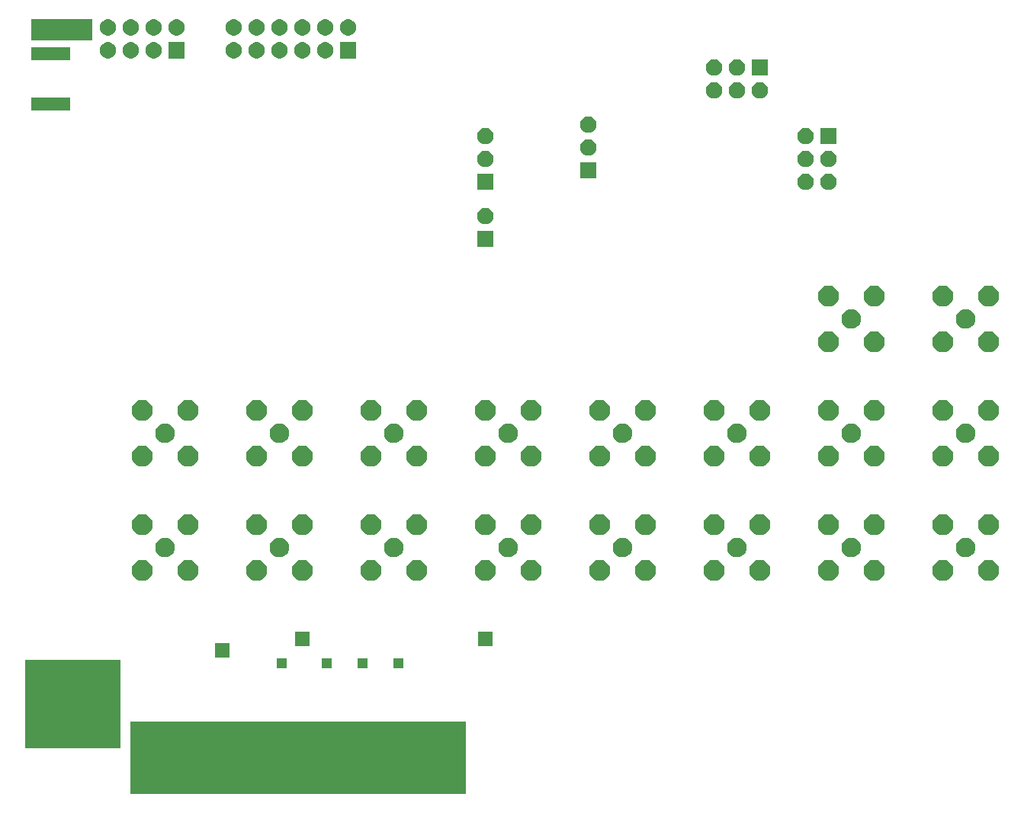
<source format=gbr>
%TF.GenerationSoftware,KiCad,Pcbnew,5.1.5*%
%TF.CreationDate,2020-03-19T15:27:56+01:00*%
%TF.ProjectId,PCIe-Adapter,50434965-2d41-4646-9170-7465722e6b69,rev?*%
%TF.SameCoordinates,Original*%
%TF.FileFunction,Soldermask,Top*%
%TF.FilePolarity,Negative*%
%FSLAX46Y46*%
G04 Gerber Fmt 4.6, Leading zero omitted, Abs format (unit mm)*
G04 Created by KiCad (PCBNEW 5.1.5) date 2020-03-19 15:27:56*
%MOMM*%
%LPD*%
G04 APERTURE LIST*
%ADD10C,0.100000*%
G04 APERTURE END LIST*
D10*
G36*
X129550000Y-128900000D02*
G01*
X119050000Y-128900000D01*
X119050000Y-119200000D01*
X129550000Y-119200000D01*
X129550000Y-128900000D01*
G37*
X129550000Y-128900000D02*
X119050000Y-128900000D01*
X119050000Y-119200000D01*
X129550000Y-119200000D01*
X129550000Y-128900000D01*
G36*
X167957500Y-133985000D02*
G01*
X130810000Y-133985000D01*
X130810000Y-126047500D01*
X167957500Y-126047500D01*
X167957500Y-133985000D01*
G37*
X167957500Y-133985000D02*
X130810000Y-133985000D01*
X130810000Y-126047500D01*
X167957500Y-126047500D01*
X167957500Y-133985000D01*
G36*
X126447500Y-50215000D02*
G01*
X119780000Y-50215000D01*
X119780000Y-47992500D01*
X126447500Y-47992500D01*
X126447500Y-50215000D01*
G37*
X126447500Y-50215000D02*
X119780000Y-50215000D01*
X119780000Y-47992500D01*
X126447500Y-47992500D01*
X126447500Y-50215000D01*
G36*
X148000000Y-120000000D02*
G01*
X147000000Y-120000000D01*
X147000000Y-119000000D01*
X148000000Y-119000000D01*
X148000000Y-120000000D01*
G37*
X148000000Y-120000000D02*
X147000000Y-120000000D01*
X147000000Y-119000000D01*
X148000000Y-119000000D01*
X148000000Y-120000000D01*
G36*
X153000000Y-120000000D02*
G01*
X152000000Y-120000000D01*
X152000000Y-119000000D01*
X153000000Y-119000000D01*
X153000000Y-120000000D01*
G37*
X153000000Y-120000000D02*
X152000000Y-120000000D01*
X152000000Y-119000000D01*
X153000000Y-119000000D01*
X153000000Y-120000000D01*
G36*
X157000000Y-120000000D02*
G01*
X156000000Y-120000000D01*
X156000000Y-119000000D01*
X157000000Y-119000000D01*
X157000000Y-120000000D01*
G37*
X157000000Y-120000000D02*
X156000000Y-120000000D01*
X156000000Y-119000000D01*
X157000000Y-119000000D01*
X157000000Y-120000000D01*
G36*
X161000000Y-120000000D02*
G01*
X160000000Y-120000000D01*
X160000000Y-119000000D01*
X161000000Y-119000000D01*
X161000000Y-120000000D01*
G37*
X161000000Y-120000000D02*
X160000000Y-120000000D01*
X160000000Y-119000000D01*
X161000000Y-119000000D01*
X161000000Y-120000000D01*
G36*
X165401000Y-130661000D02*
G01*
X164599000Y-130661000D01*
X164599000Y-129685999D01*
X164596598Y-129661613D01*
X164589485Y-129638164D01*
X164577934Y-129616553D01*
X164562389Y-129597611D01*
X164543447Y-129582066D01*
X164521836Y-129570515D01*
X164498387Y-129563402D01*
X164474001Y-129561000D01*
X163525999Y-129561000D01*
X163501613Y-129563402D01*
X163478164Y-129570515D01*
X163456553Y-129582066D01*
X163437611Y-129597611D01*
X163422066Y-129616553D01*
X163410515Y-129638164D01*
X163403402Y-129661613D01*
X163401000Y-129685999D01*
X163401000Y-130661000D01*
X144599000Y-130661000D01*
X144599000Y-126259000D01*
X165401000Y-126259000D01*
X165401000Y-130661000D01*
G37*
G36*
X142401000Y-130661000D02*
G01*
X131599000Y-130661000D01*
X131599000Y-126259000D01*
X142401000Y-126259000D01*
X142401000Y-130661000D01*
G37*
G36*
X141771000Y-118911000D02*
G01*
X140169000Y-118911000D01*
X140169000Y-117309000D01*
X141771000Y-117309000D01*
X141771000Y-118911000D01*
G37*
G36*
X150661000Y-117641000D02*
G01*
X149059000Y-117641000D01*
X149059000Y-116039000D01*
X150661000Y-116039000D01*
X150661000Y-117641000D01*
G37*
G36*
X170981000Y-117641000D02*
G01*
X169379000Y-117641000D01*
X169379000Y-116039000D01*
X170981000Y-116039000D01*
X170981000Y-117641000D01*
G37*
G36*
X221171560Y-108059064D02*
G01*
X221323027Y-108089193D01*
X221537045Y-108177842D01*
X221537046Y-108177843D01*
X221729654Y-108306539D01*
X221893461Y-108470346D01*
X221979258Y-108598751D01*
X222022158Y-108662955D01*
X222110807Y-108876973D01*
X222156000Y-109104174D01*
X222156000Y-109335826D01*
X222110807Y-109563027D01*
X222022158Y-109777045D01*
X222022157Y-109777046D01*
X221893461Y-109969654D01*
X221729654Y-110133461D01*
X221601249Y-110219258D01*
X221537045Y-110262158D01*
X221323027Y-110350807D01*
X221171560Y-110380936D01*
X221095827Y-110396000D01*
X220864173Y-110396000D01*
X220788440Y-110380936D01*
X220636973Y-110350807D01*
X220422955Y-110262158D01*
X220358751Y-110219258D01*
X220230346Y-110133461D01*
X220066539Y-109969654D01*
X219937843Y-109777046D01*
X219937842Y-109777045D01*
X219849193Y-109563027D01*
X219804000Y-109335826D01*
X219804000Y-109104174D01*
X219849193Y-108876973D01*
X219937842Y-108662955D01*
X219980742Y-108598751D01*
X220066539Y-108470346D01*
X220230346Y-108306539D01*
X220422954Y-108177843D01*
X220422955Y-108177842D01*
X220636973Y-108089193D01*
X220788440Y-108059064D01*
X220864173Y-108044000D01*
X221095827Y-108044000D01*
X221171560Y-108059064D01*
G37*
G36*
X208471560Y-108059064D02*
G01*
X208623027Y-108089193D01*
X208837045Y-108177842D01*
X208837046Y-108177843D01*
X209029654Y-108306539D01*
X209193461Y-108470346D01*
X209279258Y-108598751D01*
X209322158Y-108662955D01*
X209410807Y-108876973D01*
X209456000Y-109104174D01*
X209456000Y-109335826D01*
X209410807Y-109563027D01*
X209322158Y-109777045D01*
X209322157Y-109777046D01*
X209193461Y-109969654D01*
X209029654Y-110133461D01*
X208901249Y-110219258D01*
X208837045Y-110262158D01*
X208623027Y-110350807D01*
X208471560Y-110380936D01*
X208395827Y-110396000D01*
X208164173Y-110396000D01*
X208088440Y-110380936D01*
X207936973Y-110350807D01*
X207722955Y-110262158D01*
X207658751Y-110219258D01*
X207530346Y-110133461D01*
X207366539Y-109969654D01*
X207237843Y-109777046D01*
X207237842Y-109777045D01*
X207149193Y-109563027D01*
X207104000Y-109335826D01*
X207104000Y-109104174D01*
X207149193Y-108876973D01*
X207237842Y-108662955D01*
X207280742Y-108598751D01*
X207366539Y-108470346D01*
X207530346Y-108306539D01*
X207722954Y-108177843D01*
X207722955Y-108177842D01*
X207936973Y-108089193D01*
X208088440Y-108059064D01*
X208164173Y-108044000D01*
X208395827Y-108044000D01*
X208471560Y-108059064D01*
G37*
G36*
X213551560Y-108059064D02*
G01*
X213703027Y-108089193D01*
X213917045Y-108177842D01*
X213917046Y-108177843D01*
X214109654Y-108306539D01*
X214273461Y-108470346D01*
X214359258Y-108598751D01*
X214402158Y-108662955D01*
X214490807Y-108876973D01*
X214536000Y-109104174D01*
X214536000Y-109335826D01*
X214490807Y-109563027D01*
X214402158Y-109777045D01*
X214402157Y-109777046D01*
X214273461Y-109969654D01*
X214109654Y-110133461D01*
X213981249Y-110219258D01*
X213917045Y-110262158D01*
X213703027Y-110350807D01*
X213551560Y-110380936D01*
X213475827Y-110396000D01*
X213244173Y-110396000D01*
X213168440Y-110380936D01*
X213016973Y-110350807D01*
X212802955Y-110262158D01*
X212738751Y-110219258D01*
X212610346Y-110133461D01*
X212446539Y-109969654D01*
X212317843Y-109777046D01*
X212317842Y-109777045D01*
X212229193Y-109563027D01*
X212184000Y-109335826D01*
X212184000Y-109104174D01*
X212229193Y-108876973D01*
X212317842Y-108662955D01*
X212360742Y-108598751D01*
X212446539Y-108470346D01*
X212610346Y-108306539D01*
X212802954Y-108177843D01*
X212802955Y-108177842D01*
X213016973Y-108089193D01*
X213168440Y-108059064D01*
X213244173Y-108044000D01*
X213475827Y-108044000D01*
X213551560Y-108059064D01*
G37*
G36*
X226251560Y-108059064D02*
G01*
X226403027Y-108089193D01*
X226617045Y-108177842D01*
X226617046Y-108177843D01*
X226809654Y-108306539D01*
X226973461Y-108470346D01*
X227059258Y-108598751D01*
X227102158Y-108662955D01*
X227190807Y-108876973D01*
X227236000Y-109104174D01*
X227236000Y-109335826D01*
X227190807Y-109563027D01*
X227102158Y-109777045D01*
X227102157Y-109777046D01*
X226973461Y-109969654D01*
X226809654Y-110133461D01*
X226681249Y-110219258D01*
X226617045Y-110262158D01*
X226403027Y-110350807D01*
X226251560Y-110380936D01*
X226175827Y-110396000D01*
X225944173Y-110396000D01*
X225868440Y-110380936D01*
X225716973Y-110350807D01*
X225502955Y-110262158D01*
X225438751Y-110219258D01*
X225310346Y-110133461D01*
X225146539Y-109969654D01*
X225017843Y-109777046D01*
X225017842Y-109777045D01*
X224929193Y-109563027D01*
X224884000Y-109335826D01*
X224884000Y-109104174D01*
X224929193Y-108876973D01*
X225017842Y-108662955D01*
X225060742Y-108598751D01*
X225146539Y-108470346D01*
X225310346Y-108306539D01*
X225502954Y-108177843D01*
X225502955Y-108177842D01*
X225716973Y-108089193D01*
X225868440Y-108059064D01*
X225944173Y-108044000D01*
X226175827Y-108044000D01*
X226251560Y-108059064D01*
G37*
G36*
X195771560Y-108059064D02*
G01*
X195923027Y-108089193D01*
X196137045Y-108177842D01*
X196137046Y-108177843D01*
X196329654Y-108306539D01*
X196493461Y-108470346D01*
X196579258Y-108598751D01*
X196622158Y-108662955D01*
X196710807Y-108876973D01*
X196756000Y-109104174D01*
X196756000Y-109335826D01*
X196710807Y-109563027D01*
X196622158Y-109777045D01*
X196622157Y-109777046D01*
X196493461Y-109969654D01*
X196329654Y-110133461D01*
X196201249Y-110219258D01*
X196137045Y-110262158D01*
X195923027Y-110350807D01*
X195771560Y-110380936D01*
X195695827Y-110396000D01*
X195464173Y-110396000D01*
X195388440Y-110380936D01*
X195236973Y-110350807D01*
X195022955Y-110262158D01*
X194958751Y-110219258D01*
X194830346Y-110133461D01*
X194666539Y-109969654D01*
X194537843Y-109777046D01*
X194537842Y-109777045D01*
X194449193Y-109563027D01*
X194404000Y-109335826D01*
X194404000Y-109104174D01*
X194449193Y-108876973D01*
X194537842Y-108662955D01*
X194580742Y-108598751D01*
X194666539Y-108470346D01*
X194830346Y-108306539D01*
X195022954Y-108177843D01*
X195022955Y-108177842D01*
X195236973Y-108089193D01*
X195388440Y-108059064D01*
X195464173Y-108044000D01*
X195695827Y-108044000D01*
X195771560Y-108059064D01*
G37*
G36*
X188151560Y-108059064D02*
G01*
X188303027Y-108089193D01*
X188517045Y-108177842D01*
X188517046Y-108177843D01*
X188709654Y-108306539D01*
X188873461Y-108470346D01*
X188959258Y-108598751D01*
X189002158Y-108662955D01*
X189090807Y-108876973D01*
X189136000Y-109104174D01*
X189136000Y-109335826D01*
X189090807Y-109563027D01*
X189002158Y-109777045D01*
X189002157Y-109777046D01*
X188873461Y-109969654D01*
X188709654Y-110133461D01*
X188581249Y-110219258D01*
X188517045Y-110262158D01*
X188303027Y-110350807D01*
X188151560Y-110380936D01*
X188075827Y-110396000D01*
X187844173Y-110396000D01*
X187768440Y-110380936D01*
X187616973Y-110350807D01*
X187402955Y-110262158D01*
X187338751Y-110219258D01*
X187210346Y-110133461D01*
X187046539Y-109969654D01*
X186917843Y-109777046D01*
X186917842Y-109777045D01*
X186829193Y-109563027D01*
X186784000Y-109335826D01*
X186784000Y-109104174D01*
X186829193Y-108876973D01*
X186917842Y-108662955D01*
X186960742Y-108598751D01*
X187046539Y-108470346D01*
X187210346Y-108306539D01*
X187402954Y-108177843D01*
X187402955Y-108177842D01*
X187616973Y-108089193D01*
X187768440Y-108059064D01*
X187844173Y-108044000D01*
X188075827Y-108044000D01*
X188151560Y-108059064D01*
G37*
G36*
X183071560Y-108059064D02*
G01*
X183223027Y-108089193D01*
X183437045Y-108177842D01*
X183437046Y-108177843D01*
X183629654Y-108306539D01*
X183793461Y-108470346D01*
X183879258Y-108598751D01*
X183922158Y-108662955D01*
X184010807Y-108876973D01*
X184056000Y-109104174D01*
X184056000Y-109335826D01*
X184010807Y-109563027D01*
X183922158Y-109777045D01*
X183922157Y-109777046D01*
X183793461Y-109969654D01*
X183629654Y-110133461D01*
X183501249Y-110219258D01*
X183437045Y-110262158D01*
X183223027Y-110350807D01*
X183071560Y-110380936D01*
X182995827Y-110396000D01*
X182764173Y-110396000D01*
X182688440Y-110380936D01*
X182536973Y-110350807D01*
X182322955Y-110262158D01*
X182258751Y-110219258D01*
X182130346Y-110133461D01*
X181966539Y-109969654D01*
X181837843Y-109777046D01*
X181837842Y-109777045D01*
X181749193Y-109563027D01*
X181704000Y-109335826D01*
X181704000Y-109104174D01*
X181749193Y-108876973D01*
X181837842Y-108662955D01*
X181880742Y-108598751D01*
X181966539Y-108470346D01*
X182130346Y-108306539D01*
X182322954Y-108177843D01*
X182322955Y-108177842D01*
X182536973Y-108089193D01*
X182688440Y-108059064D01*
X182764173Y-108044000D01*
X182995827Y-108044000D01*
X183071560Y-108059064D01*
G37*
G36*
X175451560Y-108059064D02*
G01*
X175603027Y-108089193D01*
X175817045Y-108177842D01*
X175817046Y-108177843D01*
X176009654Y-108306539D01*
X176173461Y-108470346D01*
X176259258Y-108598751D01*
X176302158Y-108662955D01*
X176390807Y-108876973D01*
X176436000Y-109104174D01*
X176436000Y-109335826D01*
X176390807Y-109563027D01*
X176302158Y-109777045D01*
X176302157Y-109777046D01*
X176173461Y-109969654D01*
X176009654Y-110133461D01*
X175881249Y-110219258D01*
X175817045Y-110262158D01*
X175603027Y-110350807D01*
X175451560Y-110380936D01*
X175375827Y-110396000D01*
X175144173Y-110396000D01*
X175068440Y-110380936D01*
X174916973Y-110350807D01*
X174702955Y-110262158D01*
X174638751Y-110219258D01*
X174510346Y-110133461D01*
X174346539Y-109969654D01*
X174217843Y-109777046D01*
X174217842Y-109777045D01*
X174129193Y-109563027D01*
X174084000Y-109335826D01*
X174084000Y-109104174D01*
X174129193Y-108876973D01*
X174217842Y-108662955D01*
X174260742Y-108598751D01*
X174346539Y-108470346D01*
X174510346Y-108306539D01*
X174702954Y-108177843D01*
X174702955Y-108177842D01*
X174916973Y-108089193D01*
X175068440Y-108059064D01*
X175144173Y-108044000D01*
X175375827Y-108044000D01*
X175451560Y-108059064D01*
G37*
G36*
X162751560Y-108059064D02*
G01*
X162903027Y-108089193D01*
X163117045Y-108177842D01*
X163117046Y-108177843D01*
X163309654Y-108306539D01*
X163473461Y-108470346D01*
X163559258Y-108598751D01*
X163602158Y-108662955D01*
X163690807Y-108876973D01*
X163736000Y-109104174D01*
X163736000Y-109335826D01*
X163690807Y-109563027D01*
X163602158Y-109777045D01*
X163602157Y-109777046D01*
X163473461Y-109969654D01*
X163309654Y-110133461D01*
X163181249Y-110219258D01*
X163117045Y-110262158D01*
X162903027Y-110350807D01*
X162751560Y-110380936D01*
X162675827Y-110396000D01*
X162444173Y-110396000D01*
X162368440Y-110380936D01*
X162216973Y-110350807D01*
X162002955Y-110262158D01*
X161938751Y-110219258D01*
X161810346Y-110133461D01*
X161646539Y-109969654D01*
X161517843Y-109777046D01*
X161517842Y-109777045D01*
X161429193Y-109563027D01*
X161384000Y-109335826D01*
X161384000Y-109104174D01*
X161429193Y-108876973D01*
X161517842Y-108662955D01*
X161560742Y-108598751D01*
X161646539Y-108470346D01*
X161810346Y-108306539D01*
X162002954Y-108177843D01*
X162002955Y-108177842D01*
X162216973Y-108089193D01*
X162368440Y-108059064D01*
X162444173Y-108044000D01*
X162675827Y-108044000D01*
X162751560Y-108059064D01*
G37*
G36*
X170371560Y-108059064D02*
G01*
X170523027Y-108089193D01*
X170737045Y-108177842D01*
X170737046Y-108177843D01*
X170929654Y-108306539D01*
X171093461Y-108470346D01*
X171179258Y-108598751D01*
X171222158Y-108662955D01*
X171310807Y-108876973D01*
X171356000Y-109104174D01*
X171356000Y-109335826D01*
X171310807Y-109563027D01*
X171222158Y-109777045D01*
X171222157Y-109777046D01*
X171093461Y-109969654D01*
X170929654Y-110133461D01*
X170801249Y-110219258D01*
X170737045Y-110262158D01*
X170523027Y-110350807D01*
X170371560Y-110380936D01*
X170295827Y-110396000D01*
X170064173Y-110396000D01*
X169988440Y-110380936D01*
X169836973Y-110350807D01*
X169622955Y-110262158D01*
X169558751Y-110219258D01*
X169430346Y-110133461D01*
X169266539Y-109969654D01*
X169137843Y-109777046D01*
X169137842Y-109777045D01*
X169049193Y-109563027D01*
X169004000Y-109335826D01*
X169004000Y-109104174D01*
X169049193Y-108876973D01*
X169137842Y-108662955D01*
X169180742Y-108598751D01*
X169266539Y-108470346D01*
X169430346Y-108306539D01*
X169622954Y-108177843D01*
X169622955Y-108177842D01*
X169836973Y-108089193D01*
X169988440Y-108059064D01*
X170064173Y-108044000D01*
X170295827Y-108044000D01*
X170371560Y-108059064D01*
G37*
G36*
X157671560Y-108059064D02*
G01*
X157823027Y-108089193D01*
X158037045Y-108177842D01*
X158037046Y-108177843D01*
X158229654Y-108306539D01*
X158393461Y-108470346D01*
X158479258Y-108598751D01*
X158522158Y-108662955D01*
X158610807Y-108876973D01*
X158656000Y-109104174D01*
X158656000Y-109335826D01*
X158610807Y-109563027D01*
X158522158Y-109777045D01*
X158522157Y-109777046D01*
X158393461Y-109969654D01*
X158229654Y-110133461D01*
X158101249Y-110219258D01*
X158037045Y-110262158D01*
X157823027Y-110350807D01*
X157671560Y-110380936D01*
X157595827Y-110396000D01*
X157364173Y-110396000D01*
X157288440Y-110380936D01*
X157136973Y-110350807D01*
X156922955Y-110262158D01*
X156858751Y-110219258D01*
X156730346Y-110133461D01*
X156566539Y-109969654D01*
X156437843Y-109777046D01*
X156437842Y-109777045D01*
X156349193Y-109563027D01*
X156304000Y-109335826D01*
X156304000Y-109104174D01*
X156349193Y-108876973D01*
X156437842Y-108662955D01*
X156480742Y-108598751D01*
X156566539Y-108470346D01*
X156730346Y-108306539D01*
X156922954Y-108177843D01*
X156922955Y-108177842D01*
X157136973Y-108089193D01*
X157288440Y-108059064D01*
X157364173Y-108044000D01*
X157595827Y-108044000D01*
X157671560Y-108059064D01*
G37*
G36*
X137351560Y-108059064D02*
G01*
X137503027Y-108089193D01*
X137717045Y-108177842D01*
X137717046Y-108177843D01*
X137909654Y-108306539D01*
X138073461Y-108470346D01*
X138159258Y-108598751D01*
X138202158Y-108662955D01*
X138290807Y-108876973D01*
X138336000Y-109104174D01*
X138336000Y-109335826D01*
X138290807Y-109563027D01*
X138202158Y-109777045D01*
X138202157Y-109777046D01*
X138073461Y-109969654D01*
X137909654Y-110133461D01*
X137781249Y-110219258D01*
X137717045Y-110262158D01*
X137503027Y-110350807D01*
X137351560Y-110380936D01*
X137275827Y-110396000D01*
X137044173Y-110396000D01*
X136968440Y-110380936D01*
X136816973Y-110350807D01*
X136602955Y-110262158D01*
X136538751Y-110219258D01*
X136410346Y-110133461D01*
X136246539Y-109969654D01*
X136117843Y-109777046D01*
X136117842Y-109777045D01*
X136029193Y-109563027D01*
X135984000Y-109335826D01*
X135984000Y-109104174D01*
X136029193Y-108876973D01*
X136117842Y-108662955D01*
X136160742Y-108598751D01*
X136246539Y-108470346D01*
X136410346Y-108306539D01*
X136602954Y-108177843D01*
X136602955Y-108177842D01*
X136816973Y-108089193D01*
X136968440Y-108059064D01*
X137044173Y-108044000D01*
X137275827Y-108044000D01*
X137351560Y-108059064D01*
G37*
G36*
X144971560Y-108059064D02*
G01*
X145123027Y-108089193D01*
X145337045Y-108177842D01*
X145337046Y-108177843D01*
X145529654Y-108306539D01*
X145693461Y-108470346D01*
X145779258Y-108598751D01*
X145822158Y-108662955D01*
X145910807Y-108876973D01*
X145956000Y-109104174D01*
X145956000Y-109335826D01*
X145910807Y-109563027D01*
X145822158Y-109777045D01*
X145822157Y-109777046D01*
X145693461Y-109969654D01*
X145529654Y-110133461D01*
X145401249Y-110219258D01*
X145337045Y-110262158D01*
X145123027Y-110350807D01*
X144971560Y-110380936D01*
X144895827Y-110396000D01*
X144664173Y-110396000D01*
X144588440Y-110380936D01*
X144436973Y-110350807D01*
X144222955Y-110262158D01*
X144158751Y-110219258D01*
X144030346Y-110133461D01*
X143866539Y-109969654D01*
X143737843Y-109777046D01*
X143737842Y-109777045D01*
X143649193Y-109563027D01*
X143604000Y-109335826D01*
X143604000Y-109104174D01*
X143649193Y-108876973D01*
X143737842Y-108662955D01*
X143780742Y-108598751D01*
X143866539Y-108470346D01*
X144030346Y-108306539D01*
X144222954Y-108177843D01*
X144222955Y-108177842D01*
X144436973Y-108089193D01*
X144588440Y-108059064D01*
X144664173Y-108044000D01*
X144895827Y-108044000D01*
X144971560Y-108059064D01*
G37*
G36*
X150051560Y-108059064D02*
G01*
X150203027Y-108089193D01*
X150417045Y-108177842D01*
X150417046Y-108177843D01*
X150609654Y-108306539D01*
X150773461Y-108470346D01*
X150859258Y-108598751D01*
X150902158Y-108662955D01*
X150990807Y-108876973D01*
X151036000Y-109104174D01*
X151036000Y-109335826D01*
X150990807Y-109563027D01*
X150902158Y-109777045D01*
X150902157Y-109777046D01*
X150773461Y-109969654D01*
X150609654Y-110133461D01*
X150481249Y-110219258D01*
X150417045Y-110262158D01*
X150203027Y-110350807D01*
X150051560Y-110380936D01*
X149975827Y-110396000D01*
X149744173Y-110396000D01*
X149668440Y-110380936D01*
X149516973Y-110350807D01*
X149302955Y-110262158D01*
X149238751Y-110219258D01*
X149110346Y-110133461D01*
X148946539Y-109969654D01*
X148817843Y-109777046D01*
X148817842Y-109777045D01*
X148729193Y-109563027D01*
X148684000Y-109335826D01*
X148684000Y-109104174D01*
X148729193Y-108876973D01*
X148817842Y-108662955D01*
X148860742Y-108598751D01*
X148946539Y-108470346D01*
X149110346Y-108306539D01*
X149302954Y-108177843D01*
X149302955Y-108177842D01*
X149516973Y-108089193D01*
X149668440Y-108059064D01*
X149744173Y-108044000D01*
X149975827Y-108044000D01*
X150051560Y-108059064D01*
G37*
G36*
X132271560Y-108059064D02*
G01*
X132423027Y-108089193D01*
X132637045Y-108177842D01*
X132637046Y-108177843D01*
X132829654Y-108306539D01*
X132993461Y-108470346D01*
X133079258Y-108598751D01*
X133122158Y-108662955D01*
X133210807Y-108876973D01*
X133256000Y-109104174D01*
X133256000Y-109335826D01*
X133210807Y-109563027D01*
X133122158Y-109777045D01*
X133122157Y-109777046D01*
X132993461Y-109969654D01*
X132829654Y-110133461D01*
X132701249Y-110219258D01*
X132637045Y-110262158D01*
X132423027Y-110350807D01*
X132271560Y-110380936D01*
X132195827Y-110396000D01*
X131964173Y-110396000D01*
X131888440Y-110380936D01*
X131736973Y-110350807D01*
X131522955Y-110262158D01*
X131458751Y-110219258D01*
X131330346Y-110133461D01*
X131166539Y-109969654D01*
X131037843Y-109777046D01*
X131037842Y-109777045D01*
X130949193Y-109563027D01*
X130904000Y-109335826D01*
X130904000Y-109104174D01*
X130949193Y-108876973D01*
X131037842Y-108662955D01*
X131080742Y-108598751D01*
X131166539Y-108470346D01*
X131330346Y-108306539D01*
X131522954Y-108177843D01*
X131522955Y-108177842D01*
X131736973Y-108089193D01*
X131888440Y-108059064D01*
X131964173Y-108044000D01*
X132195827Y-108044000D01*
X132271560Y-108059064D01*
G37*
G36*
X200851560Y-108059064D02*
G01*
X201003027Y-108089193D01*
X201217045Y-108177842D01*
X201217046Y-108177843D01*
X201409654Y-108306539D01*
X201573461Y-108470346D01*
X201659258Y-108598751D01*
X201702158Y-108662955D01*
X201790807Y-108876973D01*
X201836000Y-109104174D01*
X201836000Y-109335826D01*
X201790807Y-109563027D01*
X201702158Y-109777045D01*
X201702157Y-109777046D01*
X201573461Y-109969654D01*
X201409654Y-110133461D01*
X201281249Y-110219258D01*
X201217045Y-110262158D01*
X201003027Y-110350807D01*
X200851560Y-110380936D01*
X200775827Y-110396000D01*
X200544173Y-110396000D01*
X200468440Y-110380936D01*
X200316973Y-110350807D01*
X200102955Y-110262158D01*
X200038751Y-110219258D01*
X199910346Y-110133461D01*
X199746539Y-109969654D01*
X199617843Y-109777046D01*
X199617842Y-109777045D01*
X199529193Y-109563027D01*
X199484000Y-109335826D01*
X199484000Y-109104174D01*
X199529193Y-108876973D01*
X199617842Y-108662955D01*
X199660742Y-108598751D01*
X199746539Y-108470346D01*
X199910346Y-108306539D01*
X200102954Y-108177843D01*
X200102955Y-108177842D01*
X200316973Y-108089193D01*
X200468440Y-108059064D01*
X200544173Y-108044000D01*
X200775827Y-108044000D01*
X200851560Y-108059064D01*
G37*
G36*
X147495271Y-105617783D02*
G01*
X147633858Y-105645350D01*
X147829677Y-105726461D01*
X148005910Y-105844216D01*
X148155784Y-105994090D01*
X148273539Y-106170323D01*
X148354650Y-106366142D01*
X148396000Y-106574023D01*
X148396000Y-106785977D01*
X148354650Y-106993858D01*
X148273539Y-107189677D01*
X148155784Y-107365910D01*
X148005910Y-107515784D01*
X147829677Y-107633539D01*
X147633858Y-107714650D01*
X147495271Y-107742217D01*
X147425978Y-107756000D01*
X147214022Y-107756000D01*
X147144729Y-107742217D01*
X147006142Y-107714650D01*
X146810323Y-107633539D01*
X146634090Y-107515784D01*
X146484216Y-107365910D01*
X146366461Y-107189677D01*
X146285350Y-106993858D01*
X146244000Y-106785977D01*
X146244000Y-106574023D01*
X146285350Y-106366142D01*
X146366461Y-106170323D01*
X146484216Y-105994090D01*
X146634090Y-105844216D01*
X146810323Y-105726461D01*
X147006142Y-105645350D01*
X147144729Y-105617783D01*
X147214022Y-105604000D01*
X147425978Y-105604000D01*
X147495271Y-105617783D01*
G37*
G36*
X172895271Y-105617783D02*
G01*
X173033858Y-105645350D01*
X173229677Y-105726461D01*
X173405910Y-105844216D01*
X173555784Y-105994090D01*
X173673539Y-106170323D01*
X173754650Y-106366142D01*
X173796000Y-106574023D01*
X173796000Y-106785977D01*
X173754650Y-106993858D01*
X173673539Y-107189677D01*
X173555784Y-107365910D01*
X173405910Y-107515784D01*
X173229677Y-107633539D01*
X173033858Y-107714650D01*
X172895271Y-107742217D01*
X172825978Y-107756000D01*
X172614022Y-107756000D01*
X172544729Y-107742217D01*
X172406142Y-107714650D01*
X172210323Y-107633539D01*
X172034090Y-107515784D01*
X171884216Y-107365910D01*
X171766461Y-107189677D01*
X171685350Y-106993858D01*
X171644000Y-106785977D01*
X171644000Y-106574023D01*
X171685350Y-106366142D01*
X171766461Y-106170323D01*
X171884216Y-105994090D01*
X172034090Y-105844216D01*
X172210323Y-105726461D01*
X172406142Y-105645350D01*
X172544729Y-105617783D01*
X172614022Y-105604000D01*
X172825978Y-105604000D01*
X172895271Y-105617783D01*
G37*
G36*
X160195271Y-105617783D02*
G01*
X160333858Y-105645350D01*
X160529677Y-105726461D01*
X160705910Y-105844216D01*
X160855784Y-105994090D01*
X160973539Y-106170323D01*
X161054650Y-106366142D01*
X161096000Y-106574023D01*
X161096000Y-106785977D01*
X161054650Y-106993858D01*
X160973539Y-107189677D01*
X160855784Y-107365910D01*
X160705910Y-107515784D01*
X160529677Y-107633539D01*
X160333858Y-107714650D01*
X160195271Y-107742217D01*
X160125978Y-107756000D01*
X159914022Y-107756000D01*
X159844729Y-107742217D01*
X159706142Y-107714650D01*
X159510323Y-107633539D01*
X159334090Y-107515784D01*
X159184216Y-107365910D01*
X159066461Y-107189677D01*
X158985350Y-106993858D01*
X158944000Y-106785977D01*
X158944000Y-106574023D01*
X158985350Y-106366142D01*
X159066461Y-106170323D01*
X159184216Y-105994090D01*
X159334090Y-105844216D01*
X159510323Y-105726461D01*
X159706142Y-105645350D01*
X159844729Y-105617783D01*
X159914022Y-105604000D01*
X160125978Y-105604000D01*
X160195271Y-105617783D01*
G37*
G36*
X198295271Y-105617783D02*
G01*
X198433858Y-105645350D01*
X198629677Y-105726461D01*
X198805910Y-105844216D01*
X198955784Y-105994090D01*
X199073539Y-106170323D01*
X199154650Y-106366142D01*
X199196000Y-106574023D01*
X199196000Y-106785977D01*
X199154650Y-106993858D01*
X199073539Y-107189677D01*
X198955784Y-107365910D01*
X198805910Y-107515784D01*
X198629677Y-107633539D01*
X198433858Y-107714650D01*
X198295271Y-107742217D01*
X198225978Y-107756000D01*
X198014022Y-107756000D01*
X197944729Y-107742217D01*
X197806142Y-107714650D01*
X197610323Y-107633539D01*
X197434090Y-107515784D01*
X197284216Y-107365910D01*
X197166461Y-107189677D01*
X197085350Y-106993858D01*
X197044000Y-106785977D01*
X197044000Y-106574023D01*
X197085350Y-106366142D01*
X197166461Y-106170323D01*
X197284216Y-105994090D01*
X197434090Y-105844216D01*
X197610323Y-105726461D01*
X197806142Y-105645350D01*
X197944729Y-105617783D01*
X198014022Y-105604000D01*
X198225978Y-105604000D01*
X198295271Y-105617783D01*
G37*
G36*
X134795271Y-105617783D02*
G01*
X134933858Y-105645350D01*
X135129677Y-105726461D01*
X135305910Y-105844216D01*
X135455784Y-105994090D01*
X135573539Y-106170323D01*
X135654650Y-106366142D01*
X135696000Y-106574023D01*
X135696000Y-106785977D01*
X135654650Y-106993858D01*
X135573539Y-107189677D01*
X135455784Y-107365910D01*
X135305910Y-107515784D01*
X135129677Y-107633539D01*
X134933858Y-107714650D01*
X134795271Y-107742217D01*
X134725978Y-107756000D01*
X134514022Y-107756000D01*
X134444729Y-107742217D01*
X134306142Y-107714650D01*
X134110323Y-107633539D01*
X133934090Y-107515784D01*
X133784216Y-107365910D01*
X133666461Y-107189677D01*
X133585350Y-106993858D01*
X133544000Y-106785977D01*
X133544000Y-106574023D01*
X133585350Y-106366142D01*
X133666461Y-106170323D01*
X133784216Y-105994090D01*
X133934090Y-105844216D01*
X134110323Y-105726461D01*
X134306142Y-105645350D01*
X134444729Y-105617783D01*
X134514022Y-105604000D01*
X134725978Y-105604000D01*
X134795271Y-105617783D01*
G37*
G36*
X210995271Y-105617783D02*
G01*
X211133858Y-105645350D01*
X211329677Y-105726461D01*
X211505910Y-105844216D01*
X211655784Y-105994090D01*
X211773539Y-106170323D01*
X211854650Y-106366142D01*
X211896000Y-106574023D01*
X211896000Y-106785977D01*
X211854650Y-106993858D01*
X211773539Y-107189677D01*
X211655784Y-107365910D01*
X211505910Y-107515784D01*
X211329677Y-107633539D01*
X211133858Y-107714650D01*
X210995271Y-107742217D01*
X210925978Y-107756000D01*
X210714022Y-107756000D01*
X210644729Y-107742217D01*
X210506142Y-107714650D01*
X210310323Y-107633539D01*
X210134090Y-107515784D01*
X209984216Y-107365910D01*
X209866461Y-107189677D01*
X209785350Y-106993858D01*
X209744000Y-106785977D01*
X209744000Y-106574023D01*
X209785350Y-106366142D01*
X209866461Y-106170323D01*
X209984216Y-105994090D01*
X210134090Y-105844216D01*
X210310323Y-105726461D01*
X210506142Y-105645350D01*
X210644729Y-105617783D01*
X210714022Y-105604000D01*
X210925978Y-105604000D01*
X210995271Y-105617783D01*
G37*
G36*
X223695271Y-105617783D02*
G01*
X223833858Y-105645350D01*
X224029677Y-105726461D01*
X224205910Y-105844216D01*
X224355784Y-105994090D01*
X224473539Y-106170323D01*
X224554650Y-106366142D01*
X224596000Y-106574023D01*
X224596000Y-106785977D01*
X224554650Y-106993858D01*
X224473539Y-107189677D01*
X224355784Y-107365910D01*
X224205910Y-107515784D01*
X224029677Y-107633539D01*
X223833858Y-107714650D01*
X223695271Y-107742217D01*
X223625978Y-107756000D01*
X223414022Y-107756000D01*
X223344729Y-107742217D01*
X223206142Y-107714650D01*
X223010323Y-107633539D01*
X222834090Y-107515784D01*
X222684216Y-107365910D01*
X222566461Y-107189677D01*
X222485350Y-106993858D01*
X222444000Y-106785977D01*
X222444000Y-106574023D01*
X222485350Y-106366142D01*
X222566461Y-106170323D01*
X222684216Y-105994090D01*
X222834090Y-105844216D01*
X223010323Y-105726461D01*
X223206142Y-105645350D01*
X223344729Y-105617783D01*
X223414022Y-105604000D01*
X223625978Y-105604000D01*
X223695271Y-105617783D01*
G37*
G36*
X185595271Y-105617783D02*
G01*
X185733858Y-105645350D01*
X185929677Y-105726461D01*
X186105910Y-105844216D01*
X186255784Y-105994090D01*
X186373539Y-106170323D01*
X186454650Y-106366142D01*
X186496000Y-106574023D01*
X186496000Y-106785977D01*
X186454650Y-106993858D01*
X186373539Y-107189677D01*
X186255784Y-107365910D01*
X186105910Y-107515784D01*
X185929677Y-107633539D01*
X185733858Y-107714650D01*
X185595271Y-107742217D01*
X185525978Y-107756000D01*
X185314022Y-107756000D01*
X185244729Y-107742217D01*
X185106142Y-107714650D01*
X184910323Y-107633539D01*
X184734090Y-107515784D01*
X184584216Y-107365910D01*
X184466461Y-107189677D01*
X184385350Y-106993858D01*
X184344000Y-106785977D01*
X184344000Y-106574023D01*
X184385350Y-106366142D01*
X184466461Y-106170323D01*
X184584216Y-105994090D01*
X184734090Y-105844216D01*
X184910323Y-105726461D01*
X185106142Y-105645350D01*
X185244729Y-105617783D01*
X185314022Y-105604000D01*
X185525978Y-105604000D01*
X185595271Y-105617783D01*
G37*
G36*
X132271560Y-102979064D02*
G01*
X132423027Y-103009193D01*
X132637045Y-103097842D01*
X132637046Y-103097843D01*
X132829654Y-103226539D01*
X132993461Y-103390346D01*
X133079258Y-103518751D01*
X133122158Y-103582955D01*
X133210807Y-103796973D01*
X133256000Y-104024174D01*
X133256000Y-104255826D01*
X133210807Y-104483027D01*
X133122158Y-104697045D01*
X133122157Y-104697046D01*
X132993461Y-104889654D01*
X132829654Y-105053461D01*
X132701249Y-105139258D01*
X132637045Y-105182158D01*
X132423027Y-105270807D01*
X132271560Y-105300936D01*
X132195827Y-105316000D01*
X131964173Y-105316000D01*
X131888440Y-105300936D01*
X131736973Y-105270807D01*
X131522955Y-105182158D01*
X131458751Y-105139258D01*
X131330346Y-105053461D01*
X131166539Y-104889654D01*
X131037843Y-104697046D01*
X131037842Y-104697045D01*
X130949193Y-104483027D01*
X130904000Y-104255826D01*
X130904000Y-104024174D01*
X130949193Y-103796973D01*
X131037842Y-103582955D01*
X131080742Y-103518751D01*
X131166539Y-103390346D01*
X131330346Y-103226539D01*
X131522954Y-103097843D01*
X131522955Y-103097842D01*
X131736973Y-103009193D01*
X131888440Y-102979064D01*
X131964173Y-102964000D01*
X132195827Y-102964000D01*
X132271560Y-102979064D01*
G37*
G36*
X183071560Y-102979064D02*
G01*
X183223027Y-103009193D01*
X183437045Y-103097842D01*
X183437046Y-103097843D01*
X183629654Y-103226539D01*
X183793461Y-103390346D01*
X183879258Y-103518751D01*
X183922158Y-103582955D01*
X184010807Y-103796973D01*
X184056000Y-104024174D01*
X184056000Y-104255826D01*
X184010807Y-104483027D01*
X183922158Y-104697045D01*
X183922157Y-104697046D01*
X183793461Y-104889654D01*
X183629654Y-105053461D01*
X183501249Y-105139258D01*
X183437045Y-105182158D01*
X183223027Y-105270807D01*
X183071560Y-105300936D01*
X182995827Y-105316000D01*
X182764173Y-105316000D01*
X182688440Y-105300936D01*
X182536973Y-105270807D01*
X182322955Y-105182158D01*
X182258751Y-105139258D01*
X182130346Y-105053461D01*
X181966539Y-104889654D01*
X181837843Y-104697046D01*
X181837842Y-104697045D01*
X181749193Y-104483027D01*
X181704000Y-104255826D01*
X181704000Y-104024174D01*
X181749193Y-103796973D01*
X181837842Y-103582955D01*
X181880742Y-103518751D01*
X181966539Y-103390346D01*
X182130346Y-103226539D01*
X182322954Y-103097843D01*
X182322955Y-103097842D01*
X182536973Y-103009193D01*
X182688440Y-102979064D01*
X182764173Y-102964000D01*
X182995827Y-102964000D01*
X183071560Y-102979064D01*
G37*
G36*
X188151560Y-102979064D02*
G01*
X188303027Y-103009193D01*
X188517045Y-103097842D01*
X188517046Y-103097843D01*
X188709654Y-103226539D01*
X188873461Y-103390346D01*
X188959258Y-103518751D01*
X189002158Y-103582955D01*
X189090807Y-103796973D01*
X189136000Y-104024174D01*
X189136000Y-104255826D01*
X189090807Y-104483027D01*
X189002158Y-104697045D01*
X189002157Y-104697046D01*
X188873461Y-104889654D01*
X188709654Y-105053461D01*
X188581249Y-105139258D01*
X188517045Y-105182158D01*
X188303027Y-105270807D01*
X188151560Y-105300936D01*
X188075827Y-105316000D01*
X187844173Y-105316000D01*
X187768440Y-105300936D01*
X187616973Y-105270807D01*
X187402955Y-105182158D01*
X187338751Y-105139258D01*
X187210346Y-105053461D01*
X187046539Y-104889654D01*
X186917843Y-104697046D01*
X186917842Y-104697045D01*
X186829193Y-104483027D01*
X186784000Y-104255826D01*
X186784000Y-104024174D01*
X186829193Y-103796973D01*
X186917842Y-103582955D01*
X186960742Y-103518751D01*
X187046539Y-103390346D01*
X187210346Y-103226539D01*
X187402954Y-103097843D01*
X187402955Y-103097842D01*
X187616973Y-103009193D01*
X187768440Y-102979064D01*
X187844173Y-102964000D01*
X188075827Y-102964000D01*
X188151560Y-102979064D01*
G37*
G36*
X213551560Y-102979064D02*
G01*
X213703027Y-103009193D01*
X213917045Y-103097842D01*
X213917046Y-103097843D01*
X214109654Y-103226539D01*
X214273461Y-103390346D01*
X214359258Y-103518751D01*
X214402158Y-103582955D01*
X214490807Y-103796973D01*
X214536000Y-104024174D01*
X214536000Y-104255826D01*
X214490807Y-104483027D01*
X214402158Y-104697045D01*
X214402157Y-104697046D01*
X214273461Y-104889654D01*
X214109654Y-105053461D01*
X213981249Y-105139258D01*
X213917045Y-105182158D01*
X213703027Y-105270807D01*
X213551560Y-105300936D01*
X213475827Y-105316000D01*
X213244173Y-105316000D01*
X213168440Y-105300936D01*
X213016973Y-105270807D01*
X212802955Y-105182158D01*
X212738751Y-105139258D01*
X212610346Y-105053461D01*
X212446539Y-104889654D01*
X212317843Y-104697046D01*
X212317842Y-104697045D01*
X212229193Y-104483027D01*
X212184000Y-104255826D01*
X212184000Y-104024174D01*
X212229193Y-103796973D01*
X212317842Y-103582955D01*
X212360742Y-103518751D01*
X212446539Y-103390346D01*
X212610346Y-103226539D01*
X212802954Y-103097843D01*
X212802955Y-103097842D01*
X213016973Y-103009193D01*
X213168440Y-102979064D01*
X213244173Y-102964000D01*
X213475827Y-102964000D01*
X213551560Y-102979064D01*
G37*
G36*
X195771560Y-102979064D02*
G01*
X195923027Y-103009193D01*
X196137045Y-103097842D01*
X196137046Y-103097843D01*
X196329654Y-103226539D01*
X196493461Y-103390346D01*
X196579258Y-103518751D01*
X196622158Y-103582955D01*
X196710807Y-103796973D01*
X196756000Y-104024174D01*
X196756000Y-104255826D01*
X196710807Y-104483027D01*
X196622158Y-104697045D01*
X196622157Y-104697046D01*
X196493461Y-104889654D01*
X196329654Y-105053461D01*
X196201249Y-105139258D01*
X196137045Y-105182158D01*
X195923027Y-105270807D01*
X195771560Y-105300936D01*
X195695827Y-105316000D01*
X195464173Y-105316000D01*
X195388440Y-105300936D01*
X195236973Y-105270807D01*
X195022955Y-105182158D01*
X194958751Y-105139258D01*
X194830346Y-105053461D01*
X194666539Y-104889654D01*
X194537843Y-104697046D01*
X194537842Y-104697045D01*
X194449193Y-104483027D01*
X194404000Y-104255826D01*
X194404000Y-104024174D01*
X194449193Y-103796973D01*
X194537842Y-103582955D01*
X194580742Y-103518751D01*
X194666539Y-103390346D01*
X194830346Y-103226539D01*
X195022954Y-103097843D01*
X195022955Y-103097842D01*
X195236973Y-103009193D01*
X195388440Y-102979064D01*
X195464173Y-102964000D01*
X195695827Y-102964000D01*
X195771560Y-102979064D01*
G37*
G36*
X200851560Y-102979064D02*
G01*
X201003027Y-103009193D01*
X201217045Y-103097842D01*
X201217046Y-103097843D01*
X201409654Y-103226539D01*
X201573461Y-103390346D01*
X201659258Y-103518751D01*
X201702158Y-103582955D01*
X201790807Y-103796973D01*
X201836000Y-104024174D01*
X201836000Y-104255826D01*
X201790807Y-104483027D01*
X201702158Y-104697045D01*
X201702157Y-104697046D01*
X201573461Y-104889654D01*
X201409654Y-105053461D01*
X201281249Y-105139258D01*
X201217045Y-105182158D01*
X201003027Y-105270807D01*
X200851560Y-105300936D01*
X200775827Y-105316000D01*
X200544173Y-105316000D01*
X200468440Y-105300936D01*
X200316973Y-105270807D01*
X200102955Y-105182158D01*
X200038751Y-105139258D01*
X199910346Y-105053461D01*
X199746539Y-104889654D01*
X199617843Y-104697046D01*
X199617842Y-104697045D01*
X199529193Y-104483027D01*
X199484000Y-104255826D01*
X199484000Y-104024174D01*
X199529193Y-103796973D01*
X199617842Y-103582955D01*
X199660742Y-103518751D01*
X199746539Y-103390346D01*
X199910346Y-103226539D01*
X200102954Y-103097843D01*
X200102955Y-103097842D01*
X200316973Y-103009193D01*
X200468440Y-102979064D01*
X200544173Y-102964000D01*
X200775827Y-102964000D01*
X200851560Y-102979064D01*
G37*
G36*
X150051560Y-102979064D02*
G01*
X150203027Y-103009193D01*
X150417045Y-103097842D01*
X150417046Y-103097843D01*
X150609654Y-103226539D01*
X150773461Y-103390346D01*
X150859258Y-103518751D01*
X150902158Y-103582955D01*
X150990807Y-103796973D01*
X151036000Y-104024174D01*
X151036000Y-104255826D01*
X150990807Y-104483027D01*
X150902158Y-104697045D01*
X150902157Y-104697046D01*
X150773461Y-104889654D01*
X150609654Y-105053461D01*
X150481249Y-105139258D01*
X150417045Y-105182158D01*
X150203027Y-105270807D01*
X150051560Y-105300936D01*
X149975827Y-105316000D01*
X149744173Y-105316000D01*
X149668440Y-105300936D01*
X149516973Y-105270807D01*
X149302955Y-105182158D01*
X149238751Y-105139258D01*
X149110346Y-105053461D01*
X148946539Y-104889654D01*
X148817843Y-104697046D01*
X148817842Y-104697045D01*
X148729193Y-104483027D01*
X148684000Y-104255826D01*
X148684000Y-104024174D01*
X148729193Y-103796973D01*
X148817842Y-103582955D01*
X148860742Y-103518751D01*
X148946539Y-103390346D01*
X149110346Y-103226539D01*
X149302954Y-103097843D01*
X149302955Y-103097842D01*
X149516973Y-103009193D01*
X149668440Y-102979064D01*
X149744173Y-102964000D01*
X149975827Y-102964000D01*
X150051560Y-102979064D01*
G37*
G36*
X170371560Y-102979064D02*
G01*
X170523027Y-103009193D01*
X170737045Y-103097842D01*
X170737046Y-103097843D01*
X170929654Y-103226539D01*
X171093461Y-103390346D01*
X171179258Y-103518751D01*
X171222158Y-103582955D01*
X171310807Y-103796973D01*
X171356000Y-104024174D01*
X171356000Y-104255826D01*
X171310807Y-104483027D01*
X171222158Y-104697045D01*
X171222157Y-104697046D01*
X171093461Y-104889654D01*
X170929654Y-105053461D01*
X170801249Y-105139258D01*
X170737045Y-105182158D01*
X170523027Y-105270807D01*
X170371560Y-105300936D01*
X170295827Y-105316000D01*
X170064173Y-105316000D01*
X169988440Y-105300936D01*
X169836973Y-105270807D01*
X169622955Y-105182158D01*
X169558751Y-105139258D01*
X169430346Y-105053461D01*
X169266539Y-104889654D01*
X169137843Y-104697046D01*
X169137842Y-104697045D01*
X169049193Y-104483027D01*
X169004000Y-104255826D01*
X169004000Y-104024174D01*
X169049193Y-103796973D01*
X169137842Y-103582955D01*
X169180742Y-103518751D01*
X169266539Y-103390346D01*
X169430346Y-103226539D01*
X169622954Y-103097843D01*
X169622955Y-103097842D01*
X169836973Y-103009193D01*
X169988440Y-102979064D01*
X170064173Y-102964000D01*
X170295827Y-102964000D01*
X170371560Y-102979064D01*
G37*
G36*
X157671560Y-102979064D02*
G01*
X157823027Y-103009193D01*
X158037045Y-103097842D01*
X158037046Y-103097843D01*
X158229654Y-103226539D01*
X158393461Y-103390346D01*
X158479258Y-103518751D01*
X158522158Y-103582955D01*
X158610807Y-103796973D01*
X158656000Y-104024174D01*
X158656000Y-104255826D01*
X158610807Y-104483027D01*
X158522158Y-104697045D01*
X158522157Y-104697046D01*
X158393461Y-104889654D01*
X158229654Y-105053461D01*
X158101249Y-105139258D01*
X158037045Y-105182158D01*
X157823027Y-105270807D01*
X157671560Y-105300936D01*
X157595827Y-105316000D01*
X157364173Y-105316000D01*
X157288440Y-105300936D01*
X157136973Y-105270807D01*
X156922955Y-105182158D01*
X156858751Y-105139258D01*
X156730346Y-105053461D01*
X156566539Y-104889654D01*
X156437843Y-104697046D01*
X156437842Y-104697045D01*
X156349193Y-104483027D01*
X156304000Y-104255826D01*
X156304000Y-104024174D01*
X156349193Y-103796973D01*
X156437842Y-103582955D01*
X156480742Y-103518751D01*
X156566539Y-103390346D01*
X156730346Y-103226539D01*
X156922954Y-103097843D01*
X156922955Y-103097842D01*
X157136973Y-103009193D01*
X157288440Y-102979064D01*
X157364173Y-102964000D01*
X157595827Y-102964000D01*
X157671560Y-102979064D01*
G37*
G36*
X144971560Y-102979064D02*
G01*
X145123027Y-103009193D01*
X145337045Y-103097842D01*
X145337046Y-103097843D01*
X145529654Y-103226539D01*
X145693461Y-103390346D01*
X145779258Y-103518751D01*
X145822158Y-103582955D01*
X145910807Y-103796973D01*
X145956000Y-104024174D01*
X145956000Y-104255826D01*
X145910807Y-104483027D01*
X145822158Y-104697045D01*
X145822157Y-104697046D01*
X145693461Y-104889654D01*
X145529654Y-105053461D01*
X145401249Y-105139258D01*
X145337045Y-105182158D01*
X145123027Y-105270807D01*
X144971560Y-105300936D01*
X144895827Y-105316000D01*
X144664173Y-105316000D01*
X144588440Y-105300936D01*
X144436973Y-105270807D01*
X144222955Y-105182158D01*
X144158751Y-105139258D01*
X144030346Y-105053461D01*
X143866539Y-104889654D01*
X143737843Y-104697046D01*
X143737842Y-104697045D01*
X143649193Y-104483027D01*
X143604000Y-104255826D01*
X143604000Y-104024174D01*
X143649193Y-103796973D01*
X143737842Y-103582955D01*
X143780742Y-103518751D01*
X143866539Y-103390346D01*
X144030346Y-103226539D01*
X144222954Y-103097843D01*
X144222955Y-103097842D01*
X144436973Y-103009193D01*
X144588440Y-102979064D01*
X144664173Y-102964000D01*
X144895827Y-102964000D01*
X144971560Y-102979064D01*
G37*
G36*
X162751560Y-102979064D02*
G01*
X162903027Y-103009193D01*
X163117045Y-103097842D01*
X163117046Y-103097843D01*
X163309654Y-103226539D01*
X163473461Y-103390346D01*
X163559258Y-103518751D01*
X163602158Y-103582955D01*
X163690807Y-103796973D01*
X163736000Y-104024174D01*
X163736000Y-104255826D01*
X163690807Y-104483027D01*
X163602158Y-104697045D01*
X163602157Y-104697046D01*
X163473461Y-104889654D01*
X163309654Y-105053461D01*
X163181249Y-105139258D01*
X163117045Y-105182158D01*
X162903027Y-105270807D01*
X162751560Y-105300936D01*
X162675827Y-105316000D01*
X162444173Y-105316000D01*
X162368440Y-105300936D01*
X162216973Y-105270807D01*
X162002955Y-105182158D01*
X161938751Y-105139258D01*
X161810346Y-105053461D01*
X161646539Y-104889654D01*
X161517843Y-104697046D01*
X161517842Y-104697045D01*
X161429193Y-104483027D01*
X161384000Y-104255826D01*
X161384000Y-104024174D01*
X161429193Y-103796973D01*
X161517842Y-103582955D01*
X161560742Y-103518751D01*
X161646539Y-103390346D01*
X161810346Y-103226539D01*
X162002954Y-103097843D01*
X162002955Y-103097842D01*
X162216973Y-103009193D01*
X162368440Y-102979064D01*
X162444173Y-102964000D01*
X162675827Y-102964000D01*
X162751560Y-102979064D01*
G37*
G36*
X137351560Y-102979064D02*
G01*
X137503027Y-103009193D01*
X137717045Y-103097842D01*
X137717046Y-103097843D01*
X137909654Y-103226539D01*
X138073461Y-103390346D01*
X138159258Y-103518751D01*
X138202158Y-103582955D01*
X138290807Y-103796973D01*
X138336000Y-104024174D01*
X138336000Y-104255826D01*
X138290807Y-104483027D01*
X138202158Y-104697045D01*
X138202157Y-104697046D01*
X138073461Y-104889654D01*
X137909654Y-105053461D01*
X137781249Y-105139258D01*
X137717045Y-105182158D01*
X137503027Y-105270807D01*
X137351560Y-105300936D01*
X137275827Y-105316000D01*
X137044173Y-105316000D01*
X136968440Y-105300936D01*
X136816973Y-105270807D01*
X136602955Y-105182158D01*
X136538751Y-105139258D01*
X136410346Y-105053461D01*
X136246539Y-104889654D01*
X136117843Y-104697046D01*
X136117842Y-104697045D01*
X136029193Y-104483027D01*
X135984000Y-104255826D01*
X135984000Y-104024174D01*
X136029193Y-103796973D01*
X136117842Y-103582955D01*
X136160742Y-103518751D01*
X136246539Y-103390346D01*
X136410346Y-103226539D01*
X136602954Y-103097843D01*
X136602955Y-103097842D01*
X136816973Y-103009193D01*
X136968440Y-102979064D01*
X137044173Y-102964000D01*
X137275827Y-102964000D01*
X137351560Y-102979064D01*
G37*
G36*
X226251560Y-102979064D02*
G01*
X226403027Y-103009193D01*
X226617045Y-103097842D01*
X226617046Y-103097843D01*
X226809654Y-103226539D01*
X226973461Y-103390346D01*
X227059258Y-103518751D01*
X227102158Y-103582955D01*
X227190807Y-103796973D01*
X227236000Y-104024174D01*
X227236000Y-104255826D01*
X227190807Y-104483027D01*
X227102158Y-104697045D01*
X227102157Y-104697046D01*
X226973461Y-104889654D01*
X226809654Y-105053461D01*
X226681249Y-105139258D01*
X226617045Y-105182158D01*
X226403027Y-105270807D01*
X226251560Y-105300936D01*
X226175827Y-105316000D01*
X225944173Y-105316000D01*
X225868440Y-105300936D01*
X225716973Y-105270807D01*
X225502955Y-105182158D01*
X225438751Y-105139258D01*
X225310346Y-105053461D01*
X225146539Y-104889654D01*
X225017843Y-104697046D01*
X225017842Y-104697045D01*
X224929193Y-104483027D01*
X224884000Y-104255826D01*
X224884000Y-104024174D01*
X224929193Y-103796973D01*
X225017842Y-103582955D01*
X225060742Y-103518751D01*
X225146539Y-103390346D01*
X225310346Y-103226539D01*
X225502954Y-103097843D01*
X225502955Y-103097842D01*
X225716973Y-103009193D01*
X225868440Y-102979064D01*
X225944173Y-102964000D01*
X226175827Y-102964000D01*
X226251560Y-102979064D01*
G37*
G36*
X221171560Y-102979064D02*
G01*
X221323027Y-103009193D01*
X221537045Y-103097842D01*
X221537046Y-103097843D01*
X221729654Y-103226539D01*
X221893461Y-103390346D01*
X221979258Y-103518751D01*
X222022158Y-103582955D01*
X222110807Y-103796973D01*
X222156000Y-104024174D01*
X222156000Y-104255826D01*
X222110807Y-104483027D01*
X222022158Y-104697045D01*
X222022157Y-104697046D01*
X221893461Y-104889654D01*
X221729654Y-105053461D01*
X221601249Y-105139258D01*
X221537045Y-105182158D01*
X221323027Y-105270807D01*
X221171560Y-105300936D01*
X221095827Y-105316000D01*
X220864173Y-105316000D01*
X220788440Y-105300936D01*
X220636973Y-105270807D01*
X220422955Y-105182158D01*
X220358751Y-105139258D01*
X220230346Y-105053461D01*
X220066539Y-104889654D01*
X219937843Y-104697046D01*
X219937842Y-104697045D01*
X219849193Y-104483027D01*
X219804000Y-104255826D01*
X219804000Y-104024174D01*
X219849193Y-103796973D01*
X219937842Y-103582955D01*
X219980742Y-103518751D01*
X220066539Y-103390346D01*
X220230346Y-103226539D01*
X220422954Y-103097843D01*
X220422955Y-103097842D01*
X220636973Y-103009193D01*
X220788440Y-102979064D01*
X220864173Y-102964000D01*
X221095827Y-102964000D01*
X221171560Y-102979064D01*
G37*
G36*
X208471560Y-102979064D02*
G01*
X208623027Y-103009193D01*
X208837045Y-103097842D01*
X208837046Y-103097843D01*
X209029654Y-103226539D01*
X209193461Y-103390346D01*
X209279258Y-103518751D01*
X209322158Y-103582955D01*
X209410807Y-103796973D01*
X209456000Y-104024174D01*
X209456000Y-104255826D01*
X209410807Y-104483027D01*
X209322158Y-104697045D01*
X209322157Y-104697046D01*
X209193461Y-104889654D01*
X209029654Y-105053461D01*
X208901249Y-105139258D01*
X208837045Y-105182158D01*
X208623027Y-105270807D01*
X208471560Y-105300936D01*
X208395827Y-105316000D01*
X208164173Y-105316000D01*
X208088440Y-105300936D01*
X207936973Y-105270807D01*
X207722955Y-105182158D01*
X207658751Y-105139258D01*
X207530346Y-105053461D01*
X207366539Y-104889654D01*
X207237843Y-104697046D01*
X207237842Y-104697045D01*
X207149193Y-104483027D01*
X207104000Y-104255826D01*
X207104000Y-104024174D01*
X207149193Y-103796973D01*
X207237842Y-103582955D01*
X207280742Y-103518751D01*
X207366539Y-103390346D01*
X207530346Y-103226539D01*
X207722954Y-103097843D01*
X207722955Y-103097842D01*
X207936973Y-103009193D01*
X208088440Y-102979064D01*
X208164173Y-102964000D01*
X208395827Y-102964000D01*
X208471560Y-102979064D01*
G37*
G36*
X175451560Y-102979064D02*
G01*
X175603027Y-103009193D01*
X175817045Y-103097842D01*
X175817046Y-103097843D01*
X176009654Y-103226539D01*
X176173461Y-103390346D01*
X176259258Y-103518751D01*
X176302158Y-103582955D01*
X176390807Y-103796973D01*
X176436000Y-104024174D01*
X176436000Y-104255826D01*
X176390807Y-104483027D01*
X176302158Y-104697045D01*
X176302157Y-104697046D01*
X176173461Y-104889654D01*
X176009654Y-105053461D01*
X175881249Y-105139258D01*
X175817045Y-105182158D01*
X175603027Y-105270807D01*
X175451560Y-105300936D01*
X175375827Y-105316000D01*
X175144173Y-105316000D01*
X175068440Y-105300936D01*
X174916973Y-105270807D01*
X174702955Y-105182158D01*
X174638751Y-105139258D01*
X174510346Y-105053461D01*
X174346539Y-104889654D01*
X174217843Y-104697046D01*
X174217842Y-104697045D01*
X174129193Y-104483027D01*
X174084000Y-104255826D01*
X174084000Y-104024174D01*
X174129193Y-103796973D01*
X174217842Y-103582955D01*
X174260742Y-103518751D01*
X174346539Y-103390346D01*
X174510346Y-103226539D01*
X174702954Y-103097843D01*
X174702955Y-103097842D01*
X174916973Y-103009193D01*
X175068440Y-102979064D01*
X175144173Y-102964000D01*
X175375827Y-102964000D01*
X175451560Y-102979064D01*
G37*
G36*
X157671560Y-95359064D02*
G01*
X157823027Y-95389193D01*
X158037045Y-95477842D01*
X158037046Y-95477843D01*
X158229654Y-95606539D01*
X158393461Y-95770346D01*
X158479258Y-95898751D01*
X158522158Y-95962955D01*
X158610807Y-96176973D01*
X158656000Y-96404174D01*
X158656000Y-96635826D01*
X158610807Y-96863027D01*
X158522158Y-97077045D01*
X158522157Y-97077046D01*
X158393461Y-97269654D01*
X158229654Y-97433461D01*
X158101249Y-97519258D01*
X158037045Y-97562158D01*
X157823027Y-97650807D01*
X157671560Y-97680936D01*
X157595827Y-97696000D01*
X157364173Y-97696000D01*
X157288440Y-97680936D01*
X157136973Y-97650807D01*
X156922955Y-97562158D01*
X156858751Y-97519258D01*
X156730346Y-97433461D01*
X156566539Y-97269654D01*
X156437843Y-97077046D01*
X156437842Y-97077045D01*
X156349193Y-96863027D01*
X156304000Y-96635826D01*
X156304000Y-96404174D01*
X156349193Y-96176973D01*
X156437842Y-95962955D01*
X156480742Y-95898751D01*
X156566539Y-95770346D01*
X156730346Y-95606539D01*
X156922954Y-95477843D01*
X156922955Y-95477842D01*
X157136973Y-95389193D01*
X157288440Y-95359064D01*
X157364173Y-95344000D01*
X157595827Y-95344000D01*
X157671560Y-95359064D01*
G37*
G36*
X226251560Y-95359064D02*
G01*
X226403027Y-95389193D01*
X226617045Y-95477842D01*
X226617046Y-95477843D01*
X226809654Y-95606539D01*
X226973461Y-95770346D01*
X227059258Y-95898751D01*
X227102158Y-95962955D01*
X227190807Y-96176973D01*
X227236000Y-96404174D01*
X227236000Y-96635826D01*
X227190807Y-96863027D01*
X227102158Y-97077045D01*
X227102157Y-97077046D01*
X226973461Y-97269654D01*
X226809654Y-97433461D01*
X226681249Y-97519258D01*
X226617045Y-97562158D01*
X226403027Y-97650807D01*
X226251560Y-97680936D01*
X226175827Y-97696000D01*
X225944173Y-97696000D01*
X225868440Y-97680936D01*
X225716973Y-97650807D01*
X225502955Y-97562158D01*
X225438751Y-97519258D01*
X225310346Y-97433461D01*
X225146539Y-97269654D01*
X225017843Y-97077046D01*
X225017842Y-97077045D01*
X224929193Y-96863027D01*
X224884000Y-96635826D01*
X224884000Y-96404174D01*
X224929193Y-96176973D01*
X225017842Y-95962955D01*
X225060742Y-95898751D01*
X225146539Y-95770346D01*
X225310346Y-95606539D01*
X225502954Y-95477843D01*
X225502955Y-95477842D01*
X225716973Y-95389193D01*
X225868440Y-95359064D01*
X225944173Y-95344000D01*
X226175827Y-95344000D01*
X226251560Y-95359064D01*
G37*
G36*
X221171560Y-95359064D02*
G01*
X221323027Y-95389193D01*
X221537045Y-95477842D01*
X221537046Y-95477843D01*
X221729654Y-95606539D01*
X221893461Y-95770346D01*
X221979258Y-95898751D01*
X222022158Y-95962955D01*
X222110807Y-96176973D01*
X222156000Y-96404174D01*
X222156000Y-96635826D01*
X222110807Y-96863027D01*
X222022158Y-97077045D01*
X222022157Y-97077046D01*
X221893461Y-97269654D01*
X221729654Y-97433461D01*
X221601249Y-97519258D01*
X221537045Y-97562158D01*
X221323027Y-97650807D01*
X221171560Y-97680936D01*
X221095827Y-97696000D01*
X220864173Y-97696000D01*
X220788440Y-97680936D01*
X220636973Y-97650807D01*
X220422955Y-97562158D01*
X220358751Y-97519258D01*
X220230346Y-97433461D01*
X220066539Y-97269654D01*
X219937843Y-97077046D01*
X219937842Y-97077045D01*
X219849193Y-96863027D01*
X219804000Y-96635826D01*
X219804000Y-96404174D01*
X219849193Y-96176973D01*
X219937842Y-95962955D01*
X219980742Y-95898751D01*
X220066539Y-95770346D01*
X220230346Y-95606539D01*
X220422954Y-95477843D01*
X220422955Y-95477842D01*
X220636973Y-95389193D01*
X220788440Y-95359064D01*
X220864173Y-95344000D01*
X221095827Y-95344000D01*
X221171560Y-95359064D01*
G37*
G36*
X213551560Y-95359064D02*
G01*
X213703027Y-95389193D01*
X213917045Y-95477842D01*
X213917046Y-95477843D01*
X214109654Y-95606539D01*
X214273461Y-95770346D01*
X214359258Y-95898751D01*
X214402158Y-95962955D01*
X214490807Y-96176973D01*
X214536000Y-96404174D01*
X214536000Y-96635826D01*
X214490807Y-96863027D01*
X214402158Y-97077045D01*
X214402157Y-97077046D01*
X214273461Y-97269654D01*
X214109654Y-97433461D01*
X213981249Y-97519258D01*
X213917045Y-97562158D01*
X213703027Y-97650807D01*
X213551560Y-97680936D01*
X213475827Y-97696000D01*
X213244173Y-97696000D01*
X213168440Y-97680936D01*
X213016973Y-97650807D01*
X212802955Y-97562158D01*
X212738751Y-97519258D01*
X212610346Y-97433461D01*
X212446539Y-97269654D01*
X212317843Y-97077046D01*
X212317842Y-97077045D01*
X212229193Y-96863027D01*
X212184000Y-96635826D01*
X212184000Y-96404174D01*
X212229193Y-96176973D01*
X212317842Y-95962955D01*
X212360742Y-95898751D01*
X212446539Y-95770346D01*
X212610346Y-95606539D01*
X212802954Y-95477843D01*
X212802955Y-95477842D01*
X213016973Y-95389193D01*
X213168440Y-95359064D01*
X213244173Y-95344000D01*
X213475827Y-95344000D01*
X213551560Y-95359064D01*
G37*
G36*
X208471560Y-95359064D02*
G01*
X208623027Y-95389193D01*
X208837045Y-95477842D01*
X208837046Y-95477843D01*
X209029654Y-95606539D01*
X209193461Y-95770346D01*
X209279258Y-95898751D01*
X209322158Y-95962955D01*
X209410807Y-96176973D01*
X209456000Y-96404174D01*
X209456000Y-96635826D01*
X209410807Y-96863027D01*
X209322158Y-97077045D01*
X209322157Y-97077046D01*
X209193461Y-97269654D01*
X209029654Y-97433461D01*
X208901249Y-97519258D01*
X208837045Y-97562158D01*
X208623027Y-97650807D01*
X208471560Y-97680936D01*
X208395827Y-97696000D01*
X208164173Y-97696000D01*
X208088440Y-97680936D01*
X207936973Y-97650807D01*
X207722955Y-97562158D01*
X207658751Y-97519258D01*
X207530346Y-97433461D01*
X207366539Y-97269654D01*
X207237843Y-97077046D01*
X207237842Y-97077045D01*
X207149193Y-96863027D01*
X207104000Y-96635826D01*
X207104000Y-96404174D01*
X207149193Y-96176973D01*
X207237842Y-95962955D01*
X207280742Y-95898751D01*
X207366539Y-95770346D01*
X207530346Y-95606539D01*
X207722954Y-95477843D01*
X207722955Y-95477842D01*
X207936973Y-95389193D01*
X208088440Y-95359064D01*
X208164173Y-95344000D01*
X208395827Y-95344000D01*
X208471560Y-95359064D01*
G37*
G36*
X200851560Y-95359064D02*
G01*
X201003027Y-95389193D01*
X201217045Y-95477842D01*
X201217046Y-95477843D01*
X201409654Y-95606539D01*
X201573461Y-95770346D01*
X201659258Y-95898751D01*
X201702158Y-95962955D01*
X201790807Y-96176973D01*
X201836000Y-96404174D01*
X201836000Y-96635826D01*
X201790807Y-96863027D01*
X201702158Y-97077045D01*
X201702157Y-97077046D01*
X201573461Y-97269654D01*
X201409654Y-97433461D01*
X201281249Y-97519258D01*
X201217045Y-97562158D01*
X201003027Y-97650807D01*
X200851560Y-97680936D01*
X200775827Y-97696000D01*
X200544173Y-97696000D01*
X200468440Y-97680936D01*
X200316973Y-97650807D01*
X200102955Y-97562158D01*
X200038751Y-97519258D01*
X199910346Y-97433461D01*
X199746539Y-97269654D01*
X199617843Y-97077046D01*
X199617842Y-97077045D01*
X199529193Y-96863027D01*
X199484000Y-96635826D01*
X199484000Y-96404174D01*
X199529193Y-96176973D01*
X199617842Y-95962955D01*
X199660742Y-95898751D01*
X199746539Y-95770346D01*
X199910346Y-95606539D01*
X200102954Y-95477843D01*
X200102955Y-95477842D01*
X200316973Y-95389193D01*
X200468440Y-95359064D01*
X200544173Y-95344000D01*
X200775827Y-95344000D01*
X200851560Y-95359064D01*
G37*
G36*
X195771560Y-95359064D02*
G01*
X195923027Y-95389193D01*
X196137045Y-95477842D01*
X196137046Y-95477843D01*
X196329654Y-95606539D01*
X196493461Y-95770346D01*
X196579258Y-95898751D01*
X196622158Y-95962955D01*
X196710807Y-96176973D01*
X196756000Y-96404174D01*
X196756000Y-96635826D01*
X196710807Y-96863027D01*
X196622158Y-97077045D01*
X196622157Y-97077046D01*
X196493461Y-97269654D01*
X196329654Y-97433461D01*
X196201249Y-97519258D01*
X196137045Y-97562158D01*
X195923027Y-97650807D01*
X195771560Y-97680936D01*
X195695827Y-97696000D01*
X195464173Y-97696000D01*
X195388440Y-97680936D01*
X195236973Y-97650807D01*
X195022955Y-97562158D01*
X194958751Y-97519258D01*
X194830346Y-97433461D01*
X194666539Y-97269654D01*
X194537843Y-97077046D01*
X194537842Y-97077045D01*
X194449193Y-96863027D01*
X194404000Y-96635826D01*
X194404000Y-96404174D01*
X194449193Y-96176973D01*
X194537842Y-95962955D01*
X194580742Y-95898751D01*
X194666539Y-95770346D01*
X194830346Y-95606539D01*
X195022954Y-95477843D01*
X195022955Y-95477842D01*
X195236973Y-95389193D01*
X195388440Y-95359064D01*
X195464173Y-95344000D01*
X195695827Y-95344000D01*
X195771560Y-95359064D01*
G37*
G36*
X188151560Y-95359064D02*
G01*
X188303027Y-95389193D01*
X188517045Y-95477842D01*
X188517046Y-95477843D01*
X188709654Y-95606539D01*
X188873461Y-95770346D01*
X188959258Y-95898751D01*
X189002158Y-95962955D01*
X189090807Y-96176973D01*
X189136000Y-96404174D01*
X189136000Y-96635826D01*
X189090807Y-96863027D01*
X189002158Y-97077045D01*
X189002157Y-97077046D01*
X188873461Y-97269654D01*
X188709654Y-97433461D01*
X188581249Y-97519258D01*
X188517045Y-97562158D01*
X188303027Y-97650807D01*
X188151560Y-97680936D01*
X188075827Y-97696000D01*
X187844173Y-97696000D01*
X187768440Y-97680936D01*
X187616973Y-97650807D01*
X187402955Y-97562158D01*
X187338751Y-97519258D01*
X187210346Y-97433461D01*
X187046539Y-97269654D01*
X186917843Y-97077046D01*
X186917842Y-97077045D01*
X186829193Y-96863027D01*
X186784000Y-96635826D01*
X186784000Y-96404174D01*
X186829193Y-96176973D01*
X186917842Y-95962955D01*
X186960742Y-95898751D01*
X187046539Y-95770346D01*
X187210346Y-95606539D01*
X187402954Y-95477843D01*
X187402955Y-95477842D01*
X187616973Y-95389193D01*
X187768440Y-95359064D01*
X187844173Y-95344000D01*
X188075827Y-95344000D01*
X188151560Y-95359064D01*
G37*
G36*
X183071560Y-95359064D02*
G01*
X183223027Y-95389193D01*
X183437045Y-95477842D01*
X183437046Y-95477843D01*
X183629654Y-95606539D01*
X183793461Y-95770346D01*
X183879258Y-95898751D01*
X183922158Y-95962955D01*
X184010807Y-96176973D01*
X184056000Y-96404174D01*
X184056000Y-96635826D01*
X184010807Y-96863027D01*
X183922158Y-97077045D01*
X183922157Y-97077046D01*
X183793461Y-97269654D01*
X183629654Y-97433461D01*
X183501249Y-97519258D01*
X183437045Y-97562158D01*
X183223027Y-97650807D01*
X183071560Y-97680936D01*
X182995827Y-97696000D01*
X182764173Y-97696000D01*
X182688440Y-97680936D01*
X182536973Y-97650807D01*
X182322955Y-97562158D01*
X182258751Y-97519258D01*
X182130346Y-97433461D01*
X181966539Y-97269654D01*
X181837843Y-97077046D01*
X181837842Y-97077045D01*
X181749193Y-96863027D01*
X181704000Y-96635826D01*
X181704000Y-96404174D01*
X181749193Y-96176973D01*
X181837842Y-95962955D01*
X181880742Y-95898751D01*
X181966539Y-95770346D01*
X182130346Y-95606539D01*
X182322954Y-95477843D01*
X182322955Y-95477842D01*
X182536973Y-95389193D01*
X182688440Y-95359064D01*
X182764173Y-95344000D01*
X182995827Y-95344000D01*
X183071560Y-95359064D01*
G37*
G36*
X170371560Y-95359064D02*
G01*
X170523027Y-95389193D01*
X170737045Y-95477842D01*
X170737046Y-95477843D01*
X170929654Y-95606539D01*
X171093461Y-95770346D01*
X171179258Y-95898751D01*
X171222158Y-95962955D01*
X171310807Y-96176973D01*
X171356000Y-96404174D01*
X171356000Y-96635826D01*
X171310807Y-96863027D01*
X171222158Y-97077045D01*
X171222157Y-97077046D01*
X171093461Y-97269654D01*
X170929654Y-97433461D01*
X170801249Y-97519258D01*
X170737045Y-97562158D01*
X170523027Y-97650807D01*
X170371560Y-97680936D01*
X170295827Y-97696000D01*
X170064173Y-97696000D01*
X169988440Y-97680936D01*
X169836973Y-97650807D01*
X169622955Y-97562158D01*
X169558751Y-97519258D01*
X169430346Y-97433461D01*
X169266539Y-97269654D01*
X169137843Y-97077046D01*
X169137842Y-97077045D01*
X169049193Y-96863027D01*
X169004000Y-96635826D01*
X169004000Y-96404174D01*
X169049193Y-96176973D01*
X169137842Y-95962955D01*
X169180742Y-95898751D01*
X169266539Y-95770346D01*
X169430346Y-95606539D01*
X169622954Y-95477843D01*
X169622955Y-95477842D01*
X169836973Y-95389193D01*
X169988440Y-95359064D01*
X170064173Y-95344000D01*
X170295827Y-95344000D01*
X170371560Y-95359064D01*
G37*
G36*
X150051560Y-95359064D02*
G01*
X150203027Y-95389193D01*
X150417045Y-95477842D01*
X150417046Y-95477843D01*
X150609654Y-95606539D01*
X150773461Y-95770346D01*
X150859258Y-95898751D01*
X150902158Y-95962955D01*
X150990807Y-96176973D01*
X151036000Y-96404174D01*
X151036000Y-96635826D01*
X150990807Y-96863027D01*
X150902158Y-97077045D01*
X150902157Y-97077046D01*
X150773461Y-97269654D01*
X150609654Y-97433461D01*
X150481249Y-97519258D01*
X150417045Y-97562158D01*
X150203027Y-97650807D01*
X150051560Y-97680936D01*
X149975827Y-97696000D01*
X149744173Y-97696000D01*
X149668440Y-97680936D01*
X149516973Y-97650807D01*
X149302955Y-97562158D01*
X149238751Y-97519258D01*
X149110346Y-97433461D01*
X148946539Y-97269654D01*
X148817843Y-97077046D01*
X148817842Y-97077045D01*
X148729193Y-96863027D01*
X148684000Y-96635826D01*
X148684000Y-96404174D01*
X148729193Y-96176973D01*
X148817842Y-95962955D01*
X148860742Y-95898751D01*
X148946539Y-95770346D01*
X149110346Y-95606539D01*
X149302954Y-95477843D01*
X149302955Y-95477842D01*
X149516973Y-95389193D01*
X149668440Y-95359064D01*
X149744173Y-95344000D01*
X149975827Y-95344000D01*
X150051560Y-95359064D01*
G37*
G36*
X144971560Y-95359064D02*
G01*
X145123027Y-95389193D01*
X145337045Y-95477842D01*
X145337046Y-95477843D01*
X145529654Y-95606539D01*
X145693461Y-95770346D01*
X145779258Y-95898751D01*
X145822158Y-95962955D01*
X145910807Y-96176973D01*
X145956000Y-96404174D01*
X145956000Y-96635826D01*
X145910807Y-96863027D01*
X145822158Y-97077045D01*
X145822157Y-97077046D01*
X145693461Y-97269654D01*
X145529654Y-97433461D01*
X145401249Y-97519258D01*
X145337045Y-97562158D01*
X145123027Y-97650807D01*
X144971560Y-97680936D01*
X144895827Y-97696000D01*
X144664173Y-97696000D01*
X144588440Y-97680936D01*
X144436973Y-97650807D01*
X144222955Y-97562158D01*
X144158751Y-97519258D01*
X144030346Y-97433461D01*
X143866539Y-97269654D01*
X143737843Y-97077046D01*
X143737842Y-97077045D01*
X143649193Y-96863027D01*
X143604000Y-96635826D01*
X143604000Y-96404174D01*
X143649193Y-96176973D01*
X143737842Y-95962955D01*
X143780742Y-95898751D01*
X143866539Y-95770346D01*
X144030346Y-95606539D01*
X144222954Y-95477843D01*
X144222955Y-95477842D01*
X144436973Y-95389193D01*
X144588440Y-95359064D01*
X144664173Y-95344000D01*
X144895827Y-95344000D01*
X144971560Y-95359064D01*
G37*
G36*
X137351560Y-95359064D02*
G01*
X137503027Y-95389193D01*
X137717045Y-95477842D01*
X137717046Y-95477843D01*
X137909654Y-95606539D01*
X138073461Y-95770346D01*
X138159258Y-95898751D01*
X138202158Y-95962955D01*
X138290807Y-96176973D01*
X138336000Y-96404174D01*
X138336000Y-96635826D01*
X138290807Y-96863027D01*
X138202158Y-97077045D01*
X138202157Y-97077046D01*
X138073461Y-97269654D01*
X137909654Y-97433461D01*
X137781249Y-97519258D01*
X137717045Y-97562158D01*
X137503027Y-97650807D01*
X137351560Y-97680936D01*
X137275827Y-97696000D01*
X137044173Y-97696000D01*
X136968440Y-97680936D01*
X136816973Y-97650807D01*
X136602955Y-97562158D01*
X136538751Y-97519258D01*
X136410346Y-97433461D01*
X136246539Y-97269654D01*
X136117843Y-97077046D01*
X136117842Y-97077045D01*
X136029193Y-96863027D01*
X135984000Y-96635826D01*
X135984000Y-96404174D01*
X136029193Y-96176973D01*
X136117842Y-95962955D01*
X136160742Y-95898751D01*
X136246539Y-95770346D01*
X136410346Y-95606539D01*
X136602954Y-95477843D01*
X136602955Y-95477842D01*
X136816973Y-95389193D01*
X136968440Y-95359064D01*
X137044173Y-95344000D01*
X137275827Y-95344000D01*
X137351560Y-95359064D01*
G37*
G36*
X132271560Y-95359064D02*
G01*
X132423027Y-95389193D01*
X132637045Y-95477842D01*
X132637046Y-95477843D01*
X132829654Y-95606539D01*
X132993461Y-95770346D01*
X133079258Y-95898751D01*
X133122158Y-95962955D01*
X133210807Y-96176973D01*
X133256000Y-96404174D01*
X133256000Y-96635826D01*
X133210807Y-96863027D01*
X133122158Y-97077045D01*
X133122157Y-97077046D01*
X132993461Y-97269654D01*
X132829654Y-97433461D01*
X132701249Y-97519258D01*
X132637045Y-97562158D01*
X132423027Y-97650807D01*
X132271560Y-97680936D01*
X132195827Y-97696000D01*
X131964173Y-97696000D01*
X131888440Y-97680936D01*
X131736973Y-97650807D01*
X131522955Y-97562158D01*
X131458751Y-97519258D01*
X131330346Y-97433461D01*
X131166539Y-97269654D01*
X131037843Y-97077046D01*
X131037842Y-97077045D01*
X130949193Y-96863027D01*
X130904000Y-96635826D01*
X130904000Y-96404174D01*
X130949193Y-96176973D01*
X131037842Y-95962955D01*
X131080742Y-95898751D01*
X131166539Y-95770346D01*
X131330346Y-95606539D01*
X131522954Y-95477843D01*
X131522955Y-95477842D01*
X131736973Y-95389193D01*
X131888440Y-95359064D01*
X131964173Y-95344000D01*
X132195827Y-95344000D01*
X132271560Y-95359064D01*
G37*
G36*
X175451560Y-95359064D02*
G01*
X175603027Y-95389193D01*
X175817045Y-95477842D01*
X175817046Y-95477843D01*
X176009654Y-95606539D01*
X176173461Y-95770346D01*
X176259258Y-95898751D01*
X176302158Y-95962955D01*
X176390807Y-96176973D01*
X176436000Y-96404174D01*
X176436000Y-96635826D01*
X176390807Y-96863027D01*
X176302158Y-97077045D01*
X176302157Y-97077046D01*
X176173461Y-97269654D01*
X176009654Y-97433461D01*
X175881249Y-97519258D01*
X175817045Y-97562158D01*
X175603027Y-97650807D01*
X175451560Y-97680936D01*
X175375827Y-97696000D01*
X175144173Y-97696000D01*
X175068440Y-97680936D01*
X174916973Y-97650807D01*
X174702955Y-97562158D01*
X174638751Y-97519258D01*
X174510346Y-97433461D01*
X174346539Y-97269654D01*
X174217843Y-97077046D01*
X174217842Y-97077045D01*
X174129193Y-96863027D01*
X174084000Y-96635826D01*
X174084000Y-96404174D01*
X174129193Y-96176973D01*
X174217842Y-95962955D01*
X174260742Y-95898751D01*
X174346539Y-95770346D01*
X174510346Y-95606539D01*
X174702954Y-95477843D01*
X174702955Y-95477842D01*
X174916973Y-95389193D01*
X175068440Y-95359064D01*
X175144173Y-95344000D01*
X175375827Y-95344000D01*
X175451560Y-95359064D01*
G37*
G36*
X162751560Y-95359064D02*
G01*
X162903027Y-95389193D01*
X163117045Y-95477842D01*
X163117046Y-95477843D01*
X163309654Y-95606539D01*
X163473461Y-95770346D01*
X163559258Y-95898751D01*
X163602158Y-95962955D01*
X163690807Y-96176973D01*
X163736000Y-96404174D01*
X163736000Y-96635826D01*
X163690807Y-96863027D01*
X163602158Y-97077045D01*
X163602157Y-97077046D01*
X163473461Y-97269654D01*
X163309654Y-97433461D01*
X163181249Y-97519258D01*
X163117045Y-97562158D01*
X162903027Y-97650807D01*
X162751560Y-97680936D01*
X162675827Y-97696000D01*
X162444173Y-97696000D01*
X162368440Y-97680936D01*
X162216973Y-97650807D01*
X162002955Y-97562158D01*
X161938751Y-97519258D01*
X161810346Y-97433461D01*
X161646539Y-97269654D01*
X161517843Y-97077046D01*
X161517842Y-97077045D01*
X161429193Y-96863027D01*
X161384000Y-96635826D01*
X161384000Y-96404174D01*
X161429193Y-96176973D01*
X161517842Y-95962955D01*
X161560742Y-95898751D01*
X161646539Y-95770346D01*
X161810346Y-95606539D01*
X162002954Y-95477843D01*
X162002955Y-95477842D01*
X162216973Y-95389193D01*
X162368440Y-95359064D01*
X162444173Y-95344000D01*
X162675827Y-95344000D01*
X162751560Y-95359064D01*
G37*
G36*
X134795271Y-92917783D02*
G01*
X134933858Y-92945350D01*
X135129677Y-93026461D01*
X135305910Y-93144216D01*
X135455784Y-93294090D01*
X135573539Y-93470323D01*
X135654650Y-93666142D01*
X135696000Y-93874023D01*
X135696000Y-94085977D01*
X135654650Y-94293858D01*
X135573539Y-94489677D01*
X135455784Y-94665910D01*
X135305910Y-94815784D01*
X135129677Y-94933539D01*
X134933858Y-95014650D01*
X134795271Y-95042217D01*
X134725978Y-95056000D01*
X134514022Y-95056000D01*
X134444729Y-95042217D01*
X134306142Y-95014650D01*
X134110323Y-94933539D01*
X133934090Y-94815784D01*
X133784216Y-94665910D01*
X133666461Y-94489677D01*
X133585350Y-94293858D01*
X133544000Y-94085977D01*
X133544000Y-93874023D01*
X133585350Y-93666142D01*
X133666461Y-93470323D01*
X133784216Y-93294090D01*
X133934090Y-93144216D01*
X134110323Y-93026461D01*
X134306142Y-92945350D01*
X134444729Y-92917783D01*
X134514022Y-92904000D01*
X134725978Y-92904000D01*
X134795271Y-92917783D01*
G37*
G36*
X223695271Y-92917783D02*
G01*
X223833858Y-92945350D01*
X224029677Y-93026461D01*
X224205910Y-93144216D01*
X224355784Y-93294090D01*
X224473539Y-93470323D01*
X224554650Y-93666142D01*
X224596000Y-93874023D01*
X224596000Y-94085977D01*
X224554650Y-94293858D01*
X224473539Y-94489677D01*
X224355784Y-94665910D01*
X224205910Y-94815784D01*
X224029677Y-94933539D01*
X223833858Y-95014650D01*
X223695271Y-95042217D01*
X223625978Y-95056000D01*
X223414022Y-95056000D01*
X223344729Y-95042217D01*
X223206142Y-95014650D01*
X223010323Y-94933539D01*
X222834090Y-94815784D01*
X222684216Y-94665910D01*
X222566461Y-94489677D01*
X222485350Y-94293858D01*
X222444000Y-94085977D01*
X222444000Y-93874023D01*
X222485350Y-93666142D01*
X222566461Y-93470323D01*
X222684216Y-93294090D01*
X222834090Y-93144216D01*
X223010323Y-93026461D01*
X223206142Y-92945350D01*
X223344729Y-92917783D01*
X223414022Y-92904000D01*
X223625978Y-92904000D01*
X223695271Y-92917783D01*
G37*
G36*
X210995271Y-92917783D02*
G01*
X211133858Y-92945350D01*
X211329677Y-93026461D01*
X211505910Y-93144216D01*
X211655784Y-93294090D01*
X211773539Y-93470323D01*
X211854650Y-93666142D01*
X211896000Y-93874023D01*
X211896000Y-94085977D01*
X211854650Y-94293858D01*
X211773539Y-94489677D01*
X211655784Y-94665910D01*
X211505910Y-94815784D01*
X211329677Y-94933539D01*
X211133858Y-95014650D01*
X210995271Y-95042217D01*
X210925978Y-95056000D01*
X210714022Y-95056000D01*
X210644729Y-95042217D01*
X210506142Y-95014650D01*
X210310323Y-94933539D01*
X210134090Y-94815784D01*
X209984216Y-94665910D01*
X209866461Y-94489677D01*
X209785350Y-94293858D01*
X209744000Y-94085977D01*
X209744000Y-93874023D01*
X209785350Y-93666142D01*
X209866461Y-93470323D01*
X209984216Y-93294090D01*
X210134090Y-93144216D01*
X210310323Y-93026461D01*
X210506142Y-92945350D01*
X210644729Y-92917783D01*
X210714022Y-92904000D01*
X210925978Y-92904000D01*
X210995271Y-92917783D01*
G37*
G36*
X198295271Y-92917783D02*
G01*
X198433858Y-92945350D01*
X198629677Y-93026461D01*
X198805910Y-93144216D01*
X198955784Y-93294090D01*
X199073539Y-93470323D01*
X199154650Y-93666142D01*
X199196000Y-93874023D01*
X199196000Y-94085977D01*
X199154650Y-94293858D01*
X199073539Y-94489677D01*
X198955784Y-94665910D01*
X198805910Y-94815784D01*
X198629677Y-94933539D01*
X198433858Y-95014650D01*
X198295271Y-95042217D01*
X198225978Y-95056000D01*
X198014022Y-95056000D01*
X197944729Y-95042217D01*
X197806142Y-95014650D01*
X197610323Y-94933539D01*
X197434090Y-94815784D01*
X197284216Y-94665910D01*
X197166461Y-94489677D01*
X197085350Y-94293858D01*
X197044000Y-94085977D01*
X197044000Y-93874023D01*
X197085350Y-93666142D01*
X197166461Y-93470323D01*
X197284216Y-93294090D01*
X197434090Y-93144216D01*
X197610323Y-93026461D01*
X197806142Y-92945350D01*
X197944729Y-92917783D01*
X198014022Y-92904000D01*
X198225978Y-92904000D01*
X198295271Y-92917783D01*
G37*
G36*
X160195271Y-92917783D02*
G01*
X160333858Y-92945350D01*
X160529677Y-93026461D01*
X160705910Y-93144216D01*
X160855784Y-93294090D01*
X160973539Y-93470323D01*
X161054650Y-93666142D01*
X161096000Y-93874023D01*
X161096000Y-94085977D01*
X161054650Y-94293858D01*
X160973539Y-94489677D01*
X160855784Y-94665910D01*
X160705910Y-94815784D01*
X160529677Y-94933539D01*
X160333858Y-95014650D01*
X160195271Y-95042217D01*
X160125978Y-95056000D01*
X159914022Y-95056000D01*
X159844729Y-95042217D01*
X159706142Y-95014650D01*
X159510323Y-94933539D01*
X159334090Y-94815784D01*
X159184216Y-94665910D01*
X159066461Y-94489677D01*
X158985350Y-94293858D01*
X158944000Y-94085977D01*
X158944000Y-93874023D01*
X158985350Y-93666142D01*
X159066461Y-93470323D01*
X159184216Y-93294090D01*
X159334090Y-93144216D01*
X159510323Y-93026461D01*
X159706142Y-92945350D01*
X159844729Y-92917783D01*
X159914022Y-92904000D01*
X160125978Y-92904000D01*
X160195271Y-92917783D01*
G37*
G36*
X147495271Y-92917783D02*
G01*
X147633858Y-92945350D01*
X147829677Y-93026461D01*
X148005910Y-93144216D01*
X148155784Y-93294090D01*
X148273539Y-93470323D01*
X148354650Y-93666142D01*
X148396000Y-93874023D01*
X148396000Y-94085977D01*
X148354650Y-94293858D01*
X148273539Y-94489677D01*
X148155784Y-94665910D01*
X148005910Y-94815784D01*
X147829677Y-94933539D01*
X147633858Y-95014650D01*
X147495271Y-95042217D01*
X147425978Y-95056000D01*
X147214022Y-95056000D01*
X147144729Y-95042217D01*
X147006142Y-95014650D01*
X146810323Y-94933539D01*
X146634090Y-94815784D01*
X146484216Y-94665910D01*
X146366461Y-94489677D01*
X146285350Y-94293858D01*
X146244000Y-94085977D01*
X146244000Y-93874023D01*
X146285350Y-93666142D01*
X146366461Y-93470323D01*
X146484216Y-93294090D01*
X146634090Y-93144216D01*
X146810323Y-93026461D01*
X147006142Y-92945350D01*
X147144729Y-92917783D01*
X147214022Y-92904000D01*
X147425978Y-92904000D01*
X147495271Y-92917783D01*
G37*
G36*
X172895271Y-92917783D02*
G01*
X173033858Y-92945350D01*
X173229677Y-93026461D01*
X173405910Y-93144216D01*
X173555784Y-93294090D01*
X173673539Y-93470323D01*
X173754650Y-93666142D01*
X173796000Y-93874023D01*
X173796000Y-94085977D01*
X173754650Y-94293858D01*
X173673539Y-94489677D01*
X173555784Y-94665910D01*
X173405910Y-94815784D01*
X173229677Y-94933539D01*
X173033858Y-95014650D01*
X172895271Y-95042217D01*
X172825978Y-95056000D01*
X172614022Y-95056000D01*
X172544729Y-95042217D01*
X172406142Y-95014650D01*
X172210323Y-94933539D01*
X172034090Y-94815784D01*
X171884216Y-94665910D01*
X171766461Y-94489677D01*
X171685350Y-94293858D01*
X171644000Y-94085977D01*
X171644000Y-93874023D01*
X171685350Y-93666142D01*
X171766461Y-93470323D01*
X171884216Y-93294090D01*
X172034090Y-93144216D01*
X172210323Y-93026461D01*
X172406142Y-92945350D01*
X172544729Y-92917783D01*
X172614022Y-92904000D01*
X172825978Y-92904000D01*
X172895271Y-92917783D01*
G37*
G36*
X185595271Y-92917783D02*
G01*
X185733858Y-92945350D01*
X185929677Y-93026461D01*
X186105910Y-93144216D01*
X186255784Y-93294090D01*
X186373539Y-93470323D01*
X186454650Y-93666142D01*
X186496000Y-93874023D01*
X186496000Y-94085977D01*
X186454650Y-94293858D01*
X186373539Y-94489677D01*
X186255784Y-94665910D01*
X186105910Y-94815784D01*
X185929677Y-94933539D01*
X185733858Y-95014650D01*
X185595271Y-95042217D01*
X185525978Y-95056000D01*
X185314022Y-95056000D01*
X185244729Y-95042217D01*
X185106142Y-95014650D01*
X184910323Y-94933539D01*
X184734090Y-94815784D01*
X184584216Y-94665910D01*
X184466461Y-94489677D01*
X184385350Y-94293858D01*
X184344000Y-94085977D01*
X184344000Y-93874023D01*
X184385350Y-93666142D01*
X184466461Y-93470323D01*
X184584216Y-93294090D01*
X184734090Y-93144216D01*
X184910323Y-93026461D01*
X185106142Y-92945350D01*
X185244729Y-92917783D01*
X185314022Y-92904000D01*
X185525978Y-92904000D01*
X185595271Y-92917783D01*
G37*
G36*
X226251560Y-90279064D02*
G01*
X226403027Y-90309193D01*
X226617045Y-90397842D01*
X226617046Y-90397843D01*
X226809654Y-90526539D01*
X226973461Y-90690346D01*
X227059258Y-90818751D01*
X227102158Y-90882955D01*
X227190807Y-91096973D01*
X227236000Y-91324174D01*
X227236000Y-91555826D01*
X227190807Y-91783027D01*
X227102158Y-91997045D01*
X227102157Y-91997046D01*
X226973461Y-92189654D01*
X226809654Y-92353461D01*
X226681249Y-92439258D01*
X226617045Y-92482158D01*
X226403027Y-92570807D01*
X226251560Y-92600936D01*
X226175827Y-92616000D01*
X225944173Y-92616000D01*
X225868440Y-92600936D01*
X225716973Y-92570807D01*
X225502955Y-92482158D01*
X225438751Y-92439258D01*
X225310346Y-92353461D01*
X225146539Y-92189654D01*
X225017843Y-91997046D01*
X225017842Y-91997045D01*
X224929193Y-91783027D01*
X224884000Y-91555826D01*
X224884000Y-91324174D01*
X224929193Y-91096973D01*
X225017842Y-90882955D01*
X225060742Y-90818751D01*
X225146539Y-90690346D01*
X225310346Y-90526539D01*
X225502954Y-90397843D01*
X225502955Y-90397842D01*
X225716973Y-90309193D01*
X225868440Y-90279064D01*
X225944173Y-90264000D01*
X226175827Y-90264000D01*
X226251560Y-90279064D01*
G37*
G36*
X200851560Y-90279064D02*
G01*
X201003027Y-90309193D01*
X201217045Y-90397842D01*
X201217046Y-90397843D01*
X201409654Y-90526539D01*
X201573461Y-90690346D01*
X201659258Y-90818751D01*
X201702158Y-90882955D01*
X201790807Y-91096973D01*
X201836000Y-91324174D01*
X201836000Y-91555826D01*
X201790807Y-91783027D01*
X201702158Y-91997045D01*
X201702157Y-91997046D01*
X201573461Y-92189654D01*
X201409654Y-92353461D01*
X201281249Y-92439258D01*
X201217045Y-92482158D01*
X201003027Y-92570807D01*
X200851560Y-92600936D01*
X200775827Y-92616000D01*
X200544173Y-92616000D01*
X200468440Y-92600936D01*
X200316973Y-92570807D01*
X200102955Y-92482158D01*
X200038751Y-92439258D01*
X199910346Y-92353461D01*
X199746539Y-92189654D01*
X199617843Y-91997046D01*
X199617842Y-91997045D01*
X199529193Y-91783027D01*
X199484000Y-91555826D01*
X199484000Y-91324174D01*
X199529193Y-91096973D01*
X199617842Y-90882955D01*
X199660742Y-90818751D01*
X199746539Y-90690346D01*
X199910346Y-90526539D01*
X200102954Y-90397843D01*
X200102955Y-90397842D01*
X200316973Y-90309193D01*
X200468440Y-90279064D01*
X200544173Y-90264000D01*
X200775827Y-90264000D01*
X200851560Y-90279064D01*
G37*
G36*
X195771560Y-90279064D02*
G01*
X195923027Y-90309193D01*
X196137045Y-90397842D01*
X196137046Y-90397843D01*
X196329654Y-90526539D01*
X196493461Y-90690346D01*
X196579258Y-90818751D01*
X196622158Y-90882955D01*
X196710807Y-91096973D01*
X196756000Y-91324174D01*
X196756000Y-91555826D01*
X196710807Y-91783027D01*
X196622158Y-91997045D01*
X196622157Y-91997046D01*
X196493461Y-92189654D01*
X196329654Y-92353461D01*
X196201249Y-92439258D01*
X196137045Y-92482158D01*
X195923027Y-92570807D01*
X195771560Y-92600936D01*
X195695827Y-92616000D01*
X195464173Y-92616000D01*
X195388440Y-92600936D01*
X195236973Y-92570807D01*
X195022955Y-92482158D01*
X194958751Y-92439258D01*
X194830346Y-92353461D01*
X194666539Y-92189654D01*
X194537843Y-91997046D01*
X194537842Y-91997045D01*
X194449193Y-91783027D01*
X194404000Y-91555826D01*
X194404000Y-91324174D01*
X194449193Y-91096973D01*
X194537842Y-90882955D01*
X194580742Y-90818751D01*
X194666539Y-90690346D01*
X194830346Y-90526539D01*
X195022954Y-90397843D01*
X195022955Y-90397842D01*
X195236973Y-90309193D01*
X195388440Y-90279064D01*
X195464173Y-90264000D01*
X195695827Y-90264000D01*
X195771560Y-90279064D01*
G37*
G36*
X221171560Y-90279064D02*
G01*
X221323027Y-90309193D01*
X221537045Y-90397842D01*
X221537046Y-90397843D01*
X221729654Y-90526539D01*
X221893461Y-90690346D01*
X221979258Y-90818751D01*
X222022158Y-90882955D01*
X222110807Y-91096973D01*
X222156000Y-91324174D01*
X222156000Y-91555826D01*
X222110807Y-91783027D01*
X222022158Y-91997045D01*
X222022157Y-91997046D01*
X221893461Y-92189654D01*
X221729654Y-92353461D01*
X221601249Y-92439258D01*
X221537045Y-92482158D01*
X221323027Y-92570807D01*
X221171560Y-92600936D01*
X221095827Y-92616000D01*
X220864173Y-92616000D01*
X220788440Y-92600936D01*
X220636973Y-92570807D01*
X220422955Y-92482158D01*
X220358751Y-92439258D01*
X220230346Y-92353461D01*
X220066539Y-92189654D01*
X219937843Y-91997046D01*
X219937842Y-91997045D01*
X219849193Y-91783027D01*
X219804000Y-91555826D01*
X219804000Y-91324174D01*
X219849193Y-91096973D01*
X219937842Y-90882955D01*
X219980742Y-90818751D01*
X220066539Y-90690346D01*
X220230346Y-90526539D01*
X220422954Y-90397843D01*
X220422955Y-90397842D01*
X220636973Y-90309193D01*
X220788440Y-90279064D01*
X220864173Y-90264000D01*
X221095827Y-90264000D01*
X221171560Y-90279064D01*
G37*
G36*
X188151560Y-90279064D02*
G01*
X188303027Y-90309193D01*
X188517045Y-90397842D01*
X188517046Y-90397843D01*
X188709654Y-90526539D01*
X188873461Y-90690346D01*
X188959258Y-90818751D01*
X189002158Y-90882955D01*
X189090807Y-91096973D01*
X189136000Y-91324174D01*
X189136000Y-91555826D01*
X189090807Y-91783027D01*
X189002158Y-91997045D01*
X189002157Y-91997046D01*
X188873461Y-92189654D01*
X188709654Y-92353461D01*
X188581249Y-92439258D01*
X188517045Y-92482158D01*
X188303027Y-92570807D01*
X188151560Y-92600936D01*
X188075827Y-92616000D01*
X187844173Y-92616000D01*
X187768440Y-92600936D01*
X187616973Y-92570807D01*
X187402955Y-92482158D01*
X187338751Y-92439258D01*
X187210346Y-92353461D01*
X187046539Y-92189654D01*
X186917843Y-91997046D01*
X186917842Y-91997045D01*
X186829193Y-91783027D01*
X186784000Y-91555826D01*
X186784000Y-91324174D01*
X186829193Y-91096973D01*
X186917842Y-90882955D01*
X186960742Y-90818751D01*
X187046539Y-90690346D01*
X187210346Y-90526539D01*
X187402954Y-90397843D01*
X187402955Y-90397842D01*
X187616973Y-90309193D01*
X187768440Y-90279064D01*
X187844173Y-90264000D01*
X188075827Y-90264000D01*
X188151560Y-90279064D01*
G37*
G36*
X213551560Y-90279064D02*
G01*
X213703027Y-90309193D01*
X213917045Y-90397842D01*
X213917046Y-90397843D01*
X214109654Y-90526539D01*
X214273461Y-90690346D01*
X214359258Y-90818751D01*
X214402158Y-90882955D01*
X214490807Y-91096973D01*
X214536000Y-91324174D01*
X214536000Y-91555826D01*
X214490807Y-91783027D01*
X214402158Y-91997045D01*
X214402157Y-91997046D01*
X214273461Y-92189654D01*
X214109654Y-92353461D01*
X213981249Y-92439258D01*
X213917045Y-92482158D01*
X213703027Y-92570807D01*
X213551560Y-92600936D01*
X213475827Y-92616000D01*
X213244173Y-92616000D01*
X213168440Y-92600936D01*
X213016973Y-92570807D01*
X212802955Y-92482158D01*
X212738751Y-92439258D01*
X212610346Y-92353461D01*
X212446539Y-92189654D01*
X212317843Y-91997046D01*
X212317842Y-91997045D01*
X212229193Y-91783027D01*
X212184000Y-91555826D01*
X212184000Y-91324174D01*
X212229193Y-91096973D01*
X212317842Y-90882955D01*
X212360742Y-90818751D01*
X212446539Y-90690346D01*
X212610346Y-90526539D01*
X212802954Y-90397843D01*
X212802955Y-90397842D01*
X213016973Y-90309193D01*
X213168440Y-90279064D01*
X213244173Y-90264000D01*
X213475827Y-90264000D01*
X213551560Y-90279064D01*
G37*
G36*
X170371560Y-90279064D02*
G01*
X170523027Y-90309193D01*
X170737045Y-90397842D01*
X170737046Y-90397843D01*
X170929654Y-90526539D01*
X171093461Y-90690346D01*
X171179258Y-90818751D01*
X171222158Y-90882955D01*
X171310807Y-91096973D01*
X171356000Y-91324174D01*
X171356000Y-91555826D01*
X171310807Y-91783027D01*
X171222158Y-91997045D01*
X171222157Y-91997046D01*
X171093461Y-92189654D01*
X170929654Y-92353461D01*
X170801249Y-92439258D01*
X170737045Y-92482158D01*
X170523027Y-92570807D01*
X170371560Y-92600936D01*
X170295827Y-92616000D01*
X170064173Y-92616000D01*
X169988440Y-92600936D01*
X169836973Y-92570807D01*
X169622955Y-92482158D01*
X169558751Y-92439258D01*
X169430346Y-92353461D01*
X169266539Y-92189654D01*
X169137843Y-91997046D01*
X169137842Y-91997045D01*
X169049193Y-91783027D01*
X169004000Y-91555826D01*
X169004000Y-91324174D01*
X169049193Y-91096973D01*
X169137842Y-90882955D01*
X169180742Y-90818751D01*
X169266539Y-90690346D01*
X169430346Y-90526539D01*
X169622954Y-90397843D01*
X169622955Y-90397842D01*
X169836973Y-90309193D01*
X169988440Y-90279064D01*
X170064173Y-90264000D01*
X170295827Y-90264000D01*
X170371560Y-90279064D01*
G37*
G36*
X208471560Y-90279064D02*
G01*
X208623027Y-90309193D01*
X208837045Y-90397842D01*
X208837046Y-90397843D01*
X209029654Y-90526539D01*
X209193461Y-90690346D01*
X209279258Y-90818751D01*
X209322158Y-90882955D01*
X209410807Y-91096973D01*
X209456000Y-91324174D01*
X209456000Y-91555826D01*
X209410807Y-91783027D01*
X209322158Y-91997045D01*
X209322157Y-91997046D01*
X209193461Y-92189654D01*
X209029654Y-92353461D01*
X208901249Y-92439258D01*
X208837045Y-92482158D01*
X208623027Y-92570807D01*
X208471560Y-92600936D01*
X208395827Y-92616000D01*
X208164173Y-92616000D01*
X208088440Y-92600936D01*
X207936973Y-92570807D01*
X207722955Y-92482158D01*
X207658751Y-92439258D01*
X207530346Y-92353461D01*
X207366539Y-92189654D01*
X207237843Y-91997046D01*
X207237842Y-91997045D01*
X207149193Y-91783027D01*
X207104000Y-91555826D01*
X207104000Y-91324174D01*
X207149193Y-91096973D01*
X207237842Y-90882955D01*
X207280742Y-90818751D01*
X207366539Y-90690346D01*
X207530346Y-90526539D01*
X207722954Y-90397843D01*
X207722955Y-90397842D01*
X207936973Y-90309193D01*
X208088440Y-90279064D01*
X208164173Y-90264000D01*
X208395827Y-90264000D01*
X208471560Y-90279064D01*
G37*
G36*
X132271560Y-90279064D02*
G01*
X132423027Y-90309193D01*
X132637045Y-90397842D01*
X132637046Y-90397843D01*
X132829654Y-90526539D01*
X132993461Y-90690346D01*
X133079258Y-90818751D01*
X133122158Y-90882955D01*
X133210807Y-91096973D01*
X133256000Y-91324174D01*
X133256000Y-91555826D01*
X133210807Y-91783027D01*
X133122158Y-91997045D01*
X133122157Y-91997046D01*
X132993461Y-92189654D01*
X132829654Y-92353461D01*
X132701249Y-92439258D01*
X132637045Y-92482158D01*
X132423027Y-92570807D01*
X132271560Y-92600936D01*
X132195827Y-92616000D01*
X131964173Y-92616000D01*
X131888440Y-92600936D01*
X131736973Y-92570807D01*
X131522955Y-92482158D01*
X131458751Y-92439258D01*
X131330346Y-92353461D01*
X131166539Y-92189654D01*
X131037843Y-91997046D01*
X131037842Y-91997045D01*
X130949193Y-91783027D01*
X130904000Y-91555826D01*
X130904000Y-91324174D01*
X130949193Y-91096973D01*
X131037842Y-90882955D01*
X131080742Y-90818751D01*
X131166539Y-90690346D01*
X131330346Y-90526539D01*
X131522954Y-90397843D01*
X131522955Y-90397842D01*
X131736973Y-90309193D01*
X131888440Y-90279064D01*
X131964173Y-90264000D01*
X132195827Y-90264000D01*
X132271560Y-90279064D01*
G37*
G36*
X137351560Y-90279064D02*
G01*
X137503027Y-90309193D01*
X137717045Y-90397842D01*
X137717046Y-90397843D01*
X137909654Y-90526539D01*
X138073461Y-90690346D01*
X138159258Y-90818751D01*
X138202158Y-90882955D01*
X138290807Y-91096973D01*
X138336000Y-91324174D01*
X138336000Y-91555826D01*
X138290807Y-91783027D01*
X138202158Y-91997045D01*
X138202157Y-91997046D01*
X138073461Y-92189654D01*
X137909654Y-92353461D01*
X137781249Y-92439258D01*
X137717045Y-92482158D01*
X137503027Y-92570807D01*
X137351560Y-92600936D01*
X137275827Y-92616000D01*
X137044173Y-92616000D01*
X136968440Y-92600936D01*
X136816973Y-92570807D01*
X136602955Y-92482158D01*
X136538751Y-92439258D01*
X136410346Y-92353461D01*
X136246539Y-92189654D01*
X136117843Y-91997046D01*
X136117842Y-91997045D01*
X136029193Y-91783027D01*
X135984000Y-91555826D01*
X135984000Y-91324174D01*
X136029193Y-91096973D01*
X136117842Y-90882955D01*
X136160742Y-90818751D01*
X136246539Y-90690346D01*
X136410346Y-90526539D01*
X136602954Y-90397843D01*
X136602955Y-90397842D01*
X136816973Y-90309193D01*
X136968440Y-90279064D01*
X137044173Y-90264000D01*
X137275827Y-90264000D01*
X137351560Y-90279064D01*
G37*
G36*
X183071560Y-90279064D02*
G01*
X183223027Y-90309193D01*
X183437045Y-90397842D01*
X183437046Y-90397843D01*
X183629654Y-90526539D01*
X183793461Y-90690346D01*
X183879258Y-90818751D01*
X183922158Y-90882955D01*
X184010807Y-91096973D01*
X184056000Y-91324174D01*
X184056000Y-91555826D01*
X184010807Y-91783027D01*
X183922158Y-91997045D01*
X183922157Y-91997046D01*
X183793461Y-92189654D01*
X183629654Y-92353461D01*
X183501249Y-92439258D01*
X183437045Y-92482158D01*
X183223027Y-92570807D01*
X183071560Y-92600936D01*
X182995827Y-92616000D01*
X182764173Y-92616000D01*
X182688440Y-92600936D01*
X182536973Y-92570807D01*
X182322955Y-92482158D01*
X182258751Y-92439258D01*
X182130346Y-92353461D01*
X181966539Y-92189654D01*
X181837843Y-91997046D01*
X181837842Y-91997045D01*
X181749193Y-91783027D01*
X181704000Y-91555826D01*
X181704000Y-91324174D01*
X181749193Y-91096973D01*
X181837842Y-90882955D01*
X181880742Y-90818751D01*
X181966539Y-90690346D01*
X182130346Y-90526539D01*
X182322954Y-90397843D01*
X182322955Y-90397842D01*
X182536973Y-90309193D01*
X182688440Y-90279064D01*
X182764173Y-90264000D01*
X182995827Y-90264000D01*
X183071560Y-90279064D01*
G37*
G36*
X150051560Y-90279064D02*
G01*
X150203027Y-90309193D01*
X150417045Y-90397842D01*
X150417046Y-90397843D01*
X150609654Y-90526539D01*
X150773461Y-90690346D01*
X150859258Y-90818751D01*
X150902158Y-90882955D01*
X150990807Y-91096973D01*
X151036000Y-91324174D01*
X151036000Y-91555826D01*
X150990807Y-91783027D01*
X150902158Y-91997045D01*
X150902157Y-91997046D01*
X150773461Y-92189654D01*
X150609654Y-92353461D01*
X150481249Y-92439258D01*
X150417045Y-92482158D01*
X150203027Y-92570807D01*
X150051560Y-92600936D01*
X149975827Y-92616000D01*
X149744173Y-92616000D01*
X149668440Y-92600936D01*
X149516973Y-92570807D01*
X149302955Y-92482158D01*
X149238751Y-92439258D01*
X149110346Y-92353461D01*
X148946539Y-92189654D01*
X148817843Y-91997046D01*
X148817842Y-91997045D01*
X148729193Y-91783027D01*
X148684000Y-91555826D01*
X148684000Y-91324174D01*
X148729193Y-91096973D01*
X148817842Y-90882955D01*
X148860742Y-90818751D01*
X148946539Y-90690346D01*
X149110346Y-90526539D01*
X149302954Y-90397843D01*
X149302955Y-90397842D01*
X149516973Y-90309193D01*
X149668440Y-90279064D01*
X149744173Y-90264000D01*
X149975827Y-90264000D01*
X150051560Y-90279064D01*
G37*
G36*
X157671560Y-90279064D02*
G01*
X157823027Y-90309193D01*
X158037045Y-90397842D01*
X158037046Y-90397843D01*
X158229654Y-90526539D01*
X158393461Y-90690346D01*
X158479258Y-90818751D01*
X158522158Y-90882955D01*
X158610807Y-91096973D01*
X158656000Y-91324174D01*
X158656000Y-91555826D01*
X158610807Y-91783027D01*
X158522158Y-91997045D01*
X158522157Y-91997046D01*
X158393461Y-92189654D01*
X158229654Y-92353461D01*
X158101249Y-92439258D01*
X158037045Y-92482158D01*
X157823027Y-92570807D01*
X157671560Y-92600936D01*
X157595827Y-92616000D01*
X157364173Y-92616000D01*
X157288440Y-92600936D01*
X157136973Y-92570807D01*
X156922955Y-92482158D01*
X156858751Y-92439258D01*
X156730346Y-92353461D01*
X156566539Y-92189654D01*
X156437843Y-91997046D01*
X156437842Y-91997045D01*
X156349193Y-91783027D01*
X156304000Y-91555826D01*
X156304000Y-91324174D01*
X156349193Y-91096973D01*
X156437842Y-90882955D01*
X156480742Y-90818751D01*
X156566539Y-90690346D01*
X156730346Y-90526539D01*
X156922954Y-90397843D01*
X156922955Y-90397842D01*
X157136973Y-90309193D01*
X157288440Y-90279064D01*
X157364173Y-90264000D01*
X157595827Y-90264000D01*
X157671560Y-90279064D01*
G37*
G36*
X144971560Y-90279064D02*
G01*
X145123027Y-90309193D01*
X145337045Y-90397842D01*
X145337046Y-90397843D01*
X145529654Y-90526539D01*
X145693461Y-90690346D01*
X145779258Y-90818751D01*
X145822158Y-90882955D01*
X145910807Y-91096973D01*
X145956000Y-91324174D01*
X145956000Y-91555826D01*
X145910807Y-91783027D01*
X145822158Y-91997045D01*
X145822157Y-91997046D01*
X145693461Y-92189654D01*
X145529654Y-92353461D01*
X145401249Y-92439258D01*
X145337045Y-92482158D01*
X145123027Y-92570807D01*
X144971560Y-92600936D01*
X144895827Y-92616000D01*
X144664173Y-92616000D01*
X144588440Y-92600936D01*
X144436973Y-92570807D01*
X144222955Y-92482158D01*
X144158751Y-92439258D01*
X144030346Y-92353461D01*
X143866539Y-92189654D01*
X143737843Y-91997046D01*
X143737842Y-91997045D01*
X143649193Y-91783027D01*
X143604000Y-91555826D01*
X143604000Y-91324174D01*
X143649193Y-91096973D01*
X143737842Y-90882955D01*
X143780742Y-90818751D01*
X143866539Y-90690346D01*
X144030346Y-90526539D01*
X144222954Y-90397843D01*
X144222955Y-90397842D01*
X144436973Y-90309193D01*
X144588440Y-90279064D01*
X144664173Y-90264000D01*
X144895827Y-90264000D01*
X144971560Y-90279064D01*
G37*
G36*
X162751560Y-90279064D02*
G01*
X162903027Y-90309193D01*
X163117045Y-90397842D01*
X163117046Y-90397843D01*
X163309654Y-90526539D01*
X163473461Y-90690346D01*
X163559258Y-90818751D01*
X163602158Y-90882955D01*
X163690807Y-91096973D01*
X163736000Y-91324174D01*
X163736000Y-91555826D01*
X163690807Y-91783027D01*
X163602158Y-91997045D01*
X163602157Y-91997046D01*
X163473461Y-92189654D01*
X163309654Y-92353461D01*
X163181249Y-92439258D01*
X163117045Y-92482158D01*
X162903027Y-92570807D01*
X162751560Y-92600936D01*
X162675827Y-92616000D01*
X162444173Y-92616000D01*
X162368440Y-92600936D01*
X162216973Y-92570807D01*
X162002955Y-92482158D01*
X161938751Y-92439258D01*
X161810346Y-92353461D01*
X161646539Y-92189654D01*
X161517843Y-91997046D01*
X161517842Y-91997045D01*
X161429193Y-91783027D01*
X161384000Y-91555826D01*
X161384000Y-91324174D01*
X161429193Y-91096973D01*
X161517842Y-90882955D01*
X161560742Y-90818751D01*
X161646539Y-90690346D01*
X161810346Y-90526539D01*
X162002954Y-90397843D01*
X162002955Y-90397842D01*
X162216973Y-90309193D01*
X162368440Y-90279064D01*
X162444173Y-90264000D01*
X162675827Y-90264000D01*
X162751560Y-90279064D01*
G37*
G36*
X175451560Y-90279064D02*
G01*
X175603027Y-90309193D01*
X175817045Y-90397842D01*
X175817046Y-90397843D01*
X176009654Y-90526539D01*
X176173461Y-90690346D01*
X176259258Y-90818751D01*
X176302158Y-90882955D01*
X176390807Y-91096973D01*
X176436000Y-91324174D01*
X176436000Y-91555826D01*
X176390807Y-91783027D01*
X176302158Y-91997045D01*
X176302157Y-91997046D01*
X176173461Y-92189654D01*
X176009654Y-92353461D01*
X175881249Y-92439258D01*
X175817045Y-92482158D01*
X175603027Y-92570807D01*
X175451560Y-92600936D01*
X175375827Y-92616000D01*
X175144173Y-92616000D01*
X175068440Y-92600936D01*
X174916973Y-92570807D01*
X174702955Y-92482158D01*
X174638751Y-92439258D01*
X174510346Y-92353461D01*
X174346539Y-92189654D01*
X174217843Y-91997046D01*
X174217842Y-91997045D01*
X174129193Y-91783027D01*
X174084000Y-91555826D01*
X174084000Y-91324174D01*
X174129193Y-91096973D01*
X174217842Y-90882955D01*
X174260742Y-90818751D01*
X174346539Y-90690346D01*
X174510346Y-90526539D01*
X174702954Y-90397843D01*
X174702955Y-90397842D01*
X174916973Y-90309193D01*
X175068440Y-90279064D01*
X175144173Y-90264000D01*
X175375827Y-90264000D01*
X175451560Y-90279064D01*
G37*
G36*
X208471560Y-82659064D02*
G01*
X208623027Y-82689193D01*
X208837045Y-82777842D01*
X208837046Y-82777843D01*
X209029654Y-82906539D01*
X209193461Y-83070346D01*
X209279258Y-83198751D01*
X209322158Y-83262955D01*
X209410807Y-83476973D01*
X209456000Y-83704174D01*
X209456000Y-83935826D01*
X209410807Y-84163027D01*
X209322158Y-84377045D01*
X209322157Y-84377046D01*
X209193461Y-84569654D01*
X209029654Y-84733461D01*
X208901249Y-84819258D01*
X208837045Y-84862158D01*
X208623027Y-84950807D01*
X208471560Y-84980936D01*
X208395827Y-84996000D01*
X208164173Y-84996000D01*
X208088440Y-84980936D01*
X207936973Y-84950807D01*
X207722955Y-84862158D01*
X207658751Y-84819258D01*
X207530346Y-84733461D01*
X207366539Y-84569654D01*
X207237843Y-84377046D01*
X207237842Y-84377045D01*
X207149193Y-84163027D01*
X207104000Y-83935826D01*
X207104000Y-83704174D01*
X207149193Y-83476973D01*
X207237842Y-83262955D01*
X207280742Y-83198751D01*
X207366539Y-83070346D01*
X207530346Y-82906539D01*
X207722954Y-82777843D01*
X207722955Y-82777842D01*
X207936973Y-82689193D01*
X208088440Y-82659064D01*
X208164173Y-82644000D01*
X208395827Y-82644000D01*
X208471560Y-82659064D01*
G37*
G36*
X226251560Y-82659064D02*
G01*
X226403027Y-82689193D01*
X226617045Y-82777842D01*
X226617046Y-82777843D01*
X226809654Y-82906539D01*
X226973461Y-83070346D01*
X227059258Y-83198751D01*
X227102158Y-83262955D01*
X227190807Y-83476973D01*
X227236000Y-83704174D01*
X227236000Y-83935826D01*
X227190807Y-84163027D01*
X227102158Y-84377045D01*
X227102157Y-84377046D01*
X226973461Y-84569654D01*
X226809654Y-84733461D01*
X226681249Y-84819258D01*
X226617045Y-84862158D01*
X226403027Y-84950807D01*
X226251560Y-84980936D01*
X226175827Y-84996000D01*
X225944173Y-84996000D01*
X225868440Y-84980936D01*
X225716973Y-84950807D01*
X225502955Y-84862158D01*
X225438751Y-84819258D01*
X225310346Y-84733461D01*
X225146539Y-84569654D01*
X225017843Y-84377046D01*
X225017842Y-84377045D01*
X224929193Y-84163027D01*
X224884000Y-83935826D01*
X224884000Y-83704174D01*
X224929193Y-83476973D01*
X225017842Y-83262955D01*
X225060742Y-83198751D01*
X225146539Y-83070346D01*
X225310346Y-82906539D01*
X225502954Y-82777843D01*
X225502955Y-82777842D01*
X225716973Y-82689193D01*
X225868440Y-82659064D01*
X225944173Y-82644000D01*
X226175827Y-82644000D01*
X226251560Y-82659064D01*
G37*
G36*
X213551560Y-82659064D02*
G01*
X213703027Y-82689193D01*
X213917045Y-82777842D01*
X213917046Y-82777843D01*
X214109654Y-82906539D01*
X214273461Y-83070346D01*
X214359258Y-83198751D01*
X214402158Y-83262955D01*
X214490807Y-83476973D01*
X214536000Y-83704174D01*
X214536000Y-83935826D01*
X214490807Y-84163027D01*
X214402158Y-84377045D01*
X214402157Y-84377046D01*
X214273461Y-84569654D01*
X214109654Y-84733461D01*
X213981249Y-84819258D01*
X213917045Y-84862158D01*
X213703027Y-84950807D01*
X213551560Y-84980936D01*
X213475827Y-84996000D01*
X213244173Y-84996000D01*
X213168440Y-84980936D01*
X213016973Y-84950807D01*
X212802955Y-84862158D01*
X212738751Y-84819258D01*
X212610346Y-84733461D01*
X212446539Y-84569654D01*
X212317843Y-84377046D01*
X212317842Y-84377045D01*
X212229193Y-84163027D01*
X212184000Y-83935826D01*
X212184000Y-83704174D01*
X212229193Y-83476973D01*
X212317842Y-83262955D01*
X212360742Y-83198751D01*
X212446539Y-83070346D01*
X212610346Y-82906539D01*
X212802954Y-82777843D01*
X212802955Y-82777842D01*
X213016973Y-82689193D01*
X213168440Y-82659064D01*
X213244173Y-82644000D01*
X213475827Y-82644000D01*
X213551560Y-82659064D01*
G37*
G36*
X221171560Y-82659064D02*
G01*
X221323027Y-82689193D01*
X221537045Y-82777842D01*
X221537046Y-82777843D01*
X221729654Y-82906539D01*
X221893461Y-83070346D01*
X221979258Y-83198751D01*
X222022158Y-83262955D01*
X222110807Y-83476973D01*
X222156000Y-83704174D01*
X222156000Y-83935826D01*
X222110807Y-84163027D01*
X222022158Y-84377045D01*
X222022157Y-84377046D01*
X221893461Y-84569654D01*
X221729654Y-84733461D01*
X221601249Y-84819258D01*
X221537045Y-84862158D01*
X221323027Y-84950807D01*
X221171560Y-84980936D01*
X221095827Y-84996000D01*
X220864173Y-84996000D01*
X220788440Y-84980936D01*
X220636973Y-84950807D01*
X220422955Y-84862158D01*
X220358751Y-84819258D01*
X220230346Y-84733461D01*
X220066539Y-84569654D01*
X219937843Y-84377046D01*
X219937842Y-84377045D01*
X219849193Y-84163027D01*
X219804000Y-83935826D01*
X219804000Y-83704174D01*
X219849193Y-83476973D01*
X219937842Y-83262955D01*
X219980742Y-83198751D01*
X220066539Y-83070346D01*
X220230346Y-82906539D01*
X220422954Y-82777843D01*
X220422955Y-82777842D01*
X220636973Y-82689193D01*
X220788440Y-82659064D01*
X220864173Y-82644000D01*
X221095827Y-82644000D01*
X221171560Y-82659064D01*
G37*
G36*
X210995271Y-80217783D02*
G01*
X211133858Y-80245350D01*
X211329677Y-80326461D01*
X211505910Y-80444216D01*
X211655784Y-80594090D01*
X211773539Y-80770323D01*
X211854650Y-80966142D01*
X211896000Y-81174023D01*
X211896000Y-81385977D01*
X211854650Y-81593858D01*
X211773539Y-81789677D01*
X211655784Y-81965910D01*
X211505910Y-82115784D01*
X211329677Y-82233539D01*
X211133858Y-82314650D01*
X210995271Y-82342217D01*
X210925978Y-82356000D01*
X210714022Y-82356000D01*
X210644729Y-82342217D01*
X210506142Y-82314650D01*
X210310323Y-82233539D01*
X210134090Y-82115784D01*
X209984216Y-81965910D01*
X209866461Y-81789677D01*
X209785350Y-81593858D01*
X209744000Y-81385977D01*
X209744000Y-81174023D01*
X209785350Y-80966142D01*
X209866461Y-80770323D01*
X209984216Y-80594090D01*
X210134090Y-80444216D01*
X210310323Y-80326461D01*
X210506142Y-80245350D01*
X210644729Y-80217783D01*
X210714022Y-80204000D01*
X210925978Y-80204000D01*
X210995271Y-80217783D01*
G37*
G36*
X223695271Y-80217783D02*
G01*
X223833858Y-80245350D01*
X224029677Y-80326461D01*
X224205910Y-80444216D01*
X224355784Y-80594090D01*
X224473539Y-80770323D01*
X224554650Y-80966142D01*
X224596000Y-81174023D01*
X224596000Y-81385977D01*
X224554650Y-81593858D01*
X224473539Y-81789677D01*
X224355784Y-81965910D01*
X224205910Y-82115784D01*
X224029677Y-82233539D01*
X223833858Y-82314650D01*
X223695271Y-82342217D01*
X223625978Y-82356000D01*
X223414022Y-82356000D01*
X223344729Y-82342217D01*
X223206142Y-82314650D01*
X223010323Y-82233539D01*
X222834090Y-82115784D01*
X222684216Y-81965910D01*
X222566461Y-81789677D01*
X222485350Y-81593858D01*
X222444000Y-81385977D01*
X222444000Y-81174023D01*
X222485350Y-80966142D01*
X222566461Y-80770323D01*
X222684216Y-80594090D01*
X222834090Y-80444216D01*
X223010323Y-80326461D01*
X223206142Y-80245350D01*
X223344729Y-80217783D01*
X223414022Y-80204000D01*
X223625978Y-80204000D01*
X223695271Y-80217783D01*
G37*
G36*
X213551560Y-77579064D02*
G01*
X213703027Y-77609193D01*
X213917045Y-77697842D01*
X213917046Y-77697843D01*
X214109654Y-77826539D01*
X214273461Y-77990346D01*
X214359258Y-78118751D01*
X214402158Y-78182955D01*
X214490807Y-78396973D01*
X214536000Y-78624174D01*
X214536000Y-78855826D01*
X214490807Y-79083027D01*
X214402158Y-79297045D01*
X214402157Y-79297046D01*
X214273461Y-79489654D01*
X214109654Y-79653461D01*
X213981249Y-79739258D01*
X213917045Y-79782158D01*
X213703027Y-79870807D01*
X213551560Y-79900936D01*
X213475827Y-79916000D01*
X213244173Y-79916000D01*
X213168440Y-79900936D01*
X213016973Y-79870807D01*
X212802955Y-79782158D01*
X212738751Y-79739258D01*
X212610346Y-79653461D01*
X212446539Y-79489654D01*
X212317843Y-79297046D01*
X212317842Y-79297045D01*
X212229193Y-79083027D01*
X212184000Y-78855826D01*
X212184000Y-78624174D01*
X212229193Y-78396973D01*
X212317842Y-78182955D01*
X212360742Y-78118751D01*
X212446539Y-77990346D01*
X212610346Y-77826539D01*
X212802954Y-77697843D01*
X212802955Y-77697842D01*
X213016973Y-77609193D01*
X213168440Y-77579064D01*
X213244173Y-77564000D01*
X213475827Y-77564000D01*
X213551560Y-77579064D01*
G37*
G36*
X221171560Y-77579064D02*
G01*
X221323027Y-77609193D01*
X221537045Y-77697842D01*
X221537046Y-77697843D01*
X221729654Y-77826539D01*
X221893461Y-77990346D01*
X221979258Y-78118751D01*
X222022158Y-78182955D01*
X222110807Y-78396973D01*
X222156000Y-78624174D01*
X222156000Y-78855826D01*
X222110807Y-79083027D01*
X222022158Y-79297045D01*
X222022157Y-79297046D01*
X221893461Y-79489654D01*
X221729654Y-79653461D01*
X221601249Y-79739258D01*
X221537045Y-79782158D01*
X221323027Y-79870807D01*
X221171560Y-79900936D01*
X221095827Y-79916000D01*
X220864173Y-79916000D01*
X220788440Y-79900936D01*
X220636973Y-79870807D01*
X220422955Y-79782158D01*
X220358751Y-79739258D01*
X220230346Y-79653461D01*
X220066539Y-79489654D01*
X219937843Y-79297046D01*
X219937842Y-79297045D01*
X219849193Y-79083027D01*
X219804000Y-78855826D01*
X219804000Y-78624174D01*
X219849193Y-78396973D01*
X219937842Y-78182955D01*
X219980742Y-78118751D01*
X220066539Y-77990346D01*
X220230346Y-77826539D01*
X220422954Y-77697843D01*
X220422955Y-77697842D01*
X220636973Y-77609193D01*
X220788440Y-77579064D01*
X220864173Y-77564000D01*
X221095827Y-77564000D01*
X221171560Y-77579064D01*
G37*
G36*
X208471560Y-77579064D02*
G01*
X208623027Y-77609193D01*
X208837045Y-77697842D01*
X208837046Y-77697843D01*
X209029654Y-77826539D01*
X209193461Y-77990346D01*
X209279258Y-78118751D01*
X209322158Y-78182955D01*
X209410807Y-78396973D01*
X209456000Y-78624174D01*
X209456000Y-78855826D01*
X209410807Y-79083027D01*
X209322158Y-79297045D01*
X209322157Y-79297046D01*
X209193461Y-79489654D01*
X209029654Y-79653461D01*
X208901249Y-79739258D01*
X208837045Y-79782158D01*
X208623027Y-79870807D01*
X208471560Y-79900936D01*
X208395827Y-79916000D01*
X208164173Y-79916000D01*
X208088440Y-79900936D01*
X207936973Y-79870807D01*
X207722955Y-79782158D01*
X207658751Y-79739258D01*
X207530346Y-79653461D01*
X207366539Y-79489654D01*
X207237843Y-79297046D01*
X207237842Y-79297045D01*
X207149193Y-79083027D01*
X207104000Y-78855826D01*
X207104000Y-78624174D01*
X207149193Y-78396973D01*
X207237842Y-78182955D01*
X207280742Y-78118751D01*
X207366539Y-77990346D01*
X207530346Y-77826539D01*
X207722954Y-77697843D01*
X207722955Y-77697842D01*
X207936973Y-77609193D01*
X208088440Y-77579064D01*
X208164173Y-77564000D01*
X208395827Y-77564000D01*
X208471560Y-77579064D01*
G37*
G36*
X226251560Y-77579064D02*
G01*
X226403027Y-77609193D01*
X226617045Y-77697842D01*
X226617046Y-77697843D01*
X226809654Y-77826539D01*
X226973461Y-77990346D01*
X227059258Y-78118751D01*
X227102158Y-78182955D01*
X227190807Y-78396973D01*
X227236000Y-78624174D01*
X227236000Y-78855826D01*
X227190807Y-79083027D01*
X227102158Y-79297045D01*
X227102157Y-79297046D01*
X226973461Y-79489654D01*
X226809654Y-79653461D01*
X226681249Y-79739258D01*
X226617045Y-79782158D01*
X226403027Y-79870807D01*
X226251560Y-79900936D01*
X226175827Y-79916000D01*
X225944173Y-79916000D01*
X225868440Y-79900936D01*
X225716973Y-79870807D01*
X225502955Y-79782158D01*
X225438751Y-79739258D01*
X225310346Y-79653461D01*
X225146539Y-79489654D01*
X225017843Y-79297046D01*
X225017842Y-79297045D01*
X224929193Y-79083027D01*
X224884000Y-78855826D01*
X224884000Y-78624174D01*
X224929193Y-78396973D01*
X225017842Y-78182955D01*
X225060742Y-78118751D01*
X225146539Y-77990346D01*
X225310346Y-77826539D01*
X225502954Y-77697843D01*
X225502955Y-77697842D01*
X225716973Y-77609193D01*
X225868440Y-77579064D01*
X225944173Y-77564000D01*
X226175827Y-77564000D01*
X226251560Y-77579064D01*
G37*
G36*
X171081000Y-73291000D02*
G01*
X169279000Y-73291000D01*
X169279000Y-71489000D01*
X171081000Y-71489000D01*
X171081000Y-73291000D01*
G37*
G36*
X170293512Y-68953927D02*
G01*
X170442812Y-68983624D01*
X170606784Y-69051544D01*
X170754354Y-69150147D01*
X170879853Y-69275646D01*
X170978456Y-69423216D01*
X171046376Y-69587188D01*
X171081000Y-69761259D01*
X171081000Y-69938741D01*
X171046376Y-70112812D01*
X170978456Y-70276784D01*
X170879853Y-70424354D01*
X170754354Y-70549853D01*
X170606784Y-70648456D01*
X170442812Y-70716376D01*
X170293512Y-70746073D01*
X170268742Y-70751000D01*
X170091258Y-70751000D01*
X170066488Y-70746073D01*
X169917188Y-70716376D01*
X169753216Y-70648456D01*
X169605646Y-70549853D01*
X169480147Y-70424354D01*
X169381544Y-70276784D01*
X169313624Y-70112812D01*
X169279000Y-69938741D01*
X169279000Y-69761259D01*
X169313624Y-69587188D01*
X169381544Y-69423216D01*
X169480147Y-69275646D01*
X169605646Y-69150147D01*
X169753216Y-69051544D01*
X169917188Y-68983624D01*
X170066488Y-68953927D01*
X170091258Y-68949000D01*
X170268742Y-68949000D01*
X170293512Y-68953927D01*
G37*
G36*
X171081000Y-66941000D02*
G01*
X169279000Y-66941000D01*
X169279000Y-65139000D01*
X171081000Y-65139000D01*
X171081000Y-66941000D01*
G37*
G36*
X205853512Y-65143927D02*
G01*
X206002812Y-65173624D01*
X206166784Y-65241544D01*
X206314354Y-65340147D01*
X206439853Y-65465646D01*
X206538456Y-65613216D01*
X206606376Y-65777188D01*
X206641000Y-65951259D01*
X206641000Y-66128741D01*
X206606376Y-66302812D01*
X206538456Y-66466784D01*
X206439853Y-66614354D01*
X206314354Y-66739853D01*
X206166784Y-66838456D01*
X206002812Y-66906376D01*
X205853512Y-66936073D01*
X205828742Y-66941000D01*
X205651258Y-66941000D01*
X205626488Y-66936073D01*
X205477188Y-66906376D01*
X205313216Y-66838456D01*
X205165646Y-66739853D01*
X205040147Y-66614354D01*
X204941544Y-66466784D01*
X204873624Y-66302812D01*
X204839000Y-66128741D01*
X204839000Y-65951259D01*
X204873624Y-65777188D01*
X204941544Y-65613216D01*
X205040147Y-65465646D01*
X205165646Y-65340147D01*
X205313216Y-65241544D01*
X205477188Y-65173624D01*
X205626488Y-65143927D01*
X205651258Y-65139000D01*
X205828742Y-65139000D01*
X205853512Y-65143927D01*
G37*
G36*
X208393512Y-65143927D02*
G01*
X208542812Y-65173624D01*
X208706784Y-65241544D01*
X208854354Y-65340147D01*
X208979853Y-65465646D01*
X209078456Y-65613216D01*
X209146376Y-65777188D01*
X209181000Y-65951259D01*
X209181000Y-66128741D01*
X209146376Y-66302812D01*
X209078456Y-66466784D01*
X208979853Y-66614354D01*
X208854354Y-66739853D01*
X208706784Y-66838456D01*
X208542812Y-66906376D01*
X208393512Y-66936073D01*
X208368742Y-66941000D01*
X208191258Y-66941000D01*
X208166488Y-66936073D01*
X208017188Y-66906376D01*
X207853216Y-66838456D01*
X207705646Y-66739853D01*
X207580147Y-66614354D01*
X207481544Y-66466784D01*
X207413624Y-66302812D01*
X207379000Y-66128741D01*
X207379000Y-65951259D01*
X207413624Y-65777188D01*
X207481544Y-65613216D01*
X207580147Y-65465646D01*
X207705646Y-65340147D01*
X207853216Y-65241544D01*
X208017188Y-65173624D01*
X208166488Y-65143927D01*
X208191258Y-65139000D01*
X208368742Y-65139000D01*
X208393512Y-65143927D01*
G37*
G36*
X182511000Y-65671000D02*
G01*
X180709000Y-65671000D01*
X180709000Y-63869000D01*
X182511000Y-63869000D01*
X182511000Y-65671000D01*
G37*
G36*
X170293512Y-62603927D02*
G01*
X170442812Y-62633624D01*
X170606784Y-62701544D01*
X170754354Y-62800147D01*
X170879853Y-62925646D01*
X170978456Y-63073216D01*
X171046376Y-63237188D01*
X171081000Y-63411259D01*
X171081000Y-63588741D01*
X171046376Y-63762812D01*
X170978456Y-63926784D01*
X170879853Y-64074354D01*
X170754354Y-64199853D01*
X170606784Y-64298456D01*
X170442812Y-64366376D01*
X170293512Y-64396073D01*
X170268742Y-64401000D01*
X170091258Y-64401000D01*
X170066488Y-64396073D01*
X169917188Y-64366376D01*
X169753216Y-64298456D01*
X169605646Y-64199853D01*
X169480147Y-64074354D01*
X169381544Y-63926784D01*
X169313624Y-63762812D01*
X169279000Y-63588741D01*
X169279000Y-63411259D01*
X169313624Y-63237188D01*
X169381544Y-63073216D01*
X169480147Y-62925646D01*
X169605646Y-62800147D01*
X169753216Y-62701544D01*
X169917188Y-62633624D01*
X170066488Y-62603927D01*
X170091258Y-62599000D01*
X170268742Y-62599000D01*
X170293512Y-62603927D01*
G37*
G36*
X208393512Y-62603927D02*
G01*
X208542812Y-62633624D01*
X208706784Y-62701544D01*
X208854354Y-62800147D01*
X208979853Y-62925646D01*
X209078456Y-63073216D01*
X209146376Y-63237188D01*
X209181000Y-63411259D01*
X209181000Y-63588741D01*
X209146376Y-63762812D01*
X209078456Y-63926784D01*
X208979853Y-64074354D01*
X208854354Y-64199853D01*
X208706784Y-64298456D01*
X208542812Y-64366376D01*
X208393512Y-64396073D01*
X208368742Y-64401000D01*
X208191258Y-64401000D01*
X208166488Y-64396073D01*
X208017188Y-64366376D01*
X207853216Y-64298456D01*
X207705646Y-64199853D01*
X207580147Y-64074354D01*
X207481544Y-63926784D01*
X207413624Y-63762812D01*
X207379000Y-63588741D01*
X207379000Y-63411259D01*
X207413624Y-63237188D01*
X207481544Y-63073216D01*
X207580147Y-62925646D01*
X207705646Y-62800147D01*
X207853216Y-62701544D01*
X208017188Y-62633624D01*
X208166488Y-62603927D01*
X208191258Y-62599000D01*
X208368742Y-62599000D01*
X208393512Y-62603927D01*
G37*
G36*
X205853512Y-62603927D02*
G01*
X206002812Y-62633624D01*
X206166784Y-62701544D01*
X206314354Y-62800147D01*
X206439853Y-62925646D01*
X206538456Y-63073216D01*
X206606376Y-63237188D01*
X206641000Y-63411259D01*
X206641000Y-63588741D01*
X206606376Y-63762812D01*
X206538456Y-63926784D01*
X206439853Y-64074354D01*
X206314354Y-64199853D01*
X206166784Y-64298456D01*
X206002812Y-64366376D01*
X205853512Y-64396073D01*
X205828742Y-64401000D01*
X205651258Y-64401000D01*
X205626488Y-64396073D01*
X205477188Y-64366376D01*
X205313216Y-64298456D01*
X205165646Y-64199853D01*
X205040147Y-64074354D01*
X204941544Y-63926784D01*
X204873624Y-63762812D01*
X204839000Y-63588741D01*
X204839000Y-63411259D01*
X204873624Y-63237188D01*
X204941544Y-63073216D01*
X205040147Y-62925646D01*
X205165646Y-62800147D01*
X205313216Y-62701544D01*
X205477188Y-62633624D01*
X205626488Y-62603927D01*
X205651258Y-62599000D01*
X205828742Y-62599000D01*
X205853512Y-62603927D01*
G37*
G36*
X181723512Y-61333927D02*
G01*
X181872812Y-61363624D01*
X182036784Y-61431544D01*
X182184354Y-61530147D01*
X182309853Y-61655646D01*
X182408456Y-61803216D01*
X182476376Y-61967188D01*
X182511000Y-62141259D01*
X182511000Y-62318741D01*
X182476376Y-62492812D01*
X182408456Y-62656784D01*
X182309853Y-62804354D01*
X182184354Y-62929853D01*
X182036784Y-63028456D01*
X181872812Y-63096376D01*
X181723512Y-63126073D01*
X181698742Y-63131000D01*
X181521258Y-63131000D01*
X181496488Y-63126073D01*
X181347188Y-63096376D01*
X181183216Y-63028456D01*
X181035646Y-62929853D01*
X180910147Y-62804354D01*
X180811544Y-62656784D01*
X180743624Y-62492812D01*
X180709000Y-62318741D01*
X180709000Y-62141259D01*
X180743624Y-61967188D01*
X180811544Y-61803216D01*
X180910147Y-61655646D01*
X181035646Y-61530147D01*
X181183216Y-61431544D01*
X181347188Y-61363624D01*
X181496488Y-61333927D01*
X181521258Y-61329000D01*
X181698742Y-61329000D01*
X181723512Y-61333927D01*
G37*
G36*
X170293512Y-60063927D02*
G01*
X170442812Y-60093624D01*
X170606784Y-60161544D01*
X170754354Y-60260147D01*
X170879853Y-60385646D01*
X170978456Y-60533216D01*
X171046376Y-60697188D01*
X171081000Y-60871259D01*
X171081000Y-61048741D01*
X171046376Y-61222812D01*
X170978456Y-61386784D01*
X170879853Y-61534354D01*
X170754354Y-61659853D01*
X170606784Y-61758456D01*
X170442812Y-61826376D01*
X170293512Y-61856073D01*
X170268742Y-61861000D01*
X170091258Y-61861000D01*
X170066488Y-61856073D01*
X169917188Y-61826376D01*
X169753216Y-61758456D01*
X169605646Y-61659853D01*
X169480147Y-61534354D01*
X169381544Y-61386784D01*
X169313624Y-61222812D01*
X169279000Y-61048741D01*
X169279000Y-60871259D01*
X169313624Y-60697188D01*
X169381544Y-60533216D01*
X169480147Y-60385646D01*
X169605646Y-60260147D01*
X169753216Y-60161544D01*
X169917188Y-60093624D01*
X170066488Y-60063927D01*
X170091258Y-60059000D01*
X170268742Y-60059000D01*
X170293512Y-60063927D01*
G37*
G36*
X205853512Y-60063927D02*
G01*
X206002812Y-60093624D01*
X206166784Y-60161544D01*
X206314354Y-60260147D01*
X206439853Y-60385646D01*
X206538456Y-60533216D01*
X206606376Y-60697188D01*
X206641000Y-60871259D01*
X206641000Y-61048741D01*
X206606376Y-61222812D01*
X206538456Y-61386784D01*
X206439853Y-61534354D01*
X206314354Y-61659853D01*
X206166784Y-61758456D01*
X206002812Y-61826376D01*
X205853512Y-61856073D01*
X205828742Y-61861000D01*
X205651258Y-61861000D01*
X205626488Y-61856073D01*
X205477188Y-61826376D01*
X205313216Y-61758456D01*
X205165646Y-61659853D01*
X205040147Y-61534354D01*
X204941544Y-61386784D01*
X204873624Y-61222812D01*
X204839000Y-61048741D01*
X204839000Y-60871259D01*
X204873624Y-60697188D01*
X204941544Y-60533216D01*
X205040147Y-60385646D01*
X205165646Y-60260147D01*
X205313216Y-60161544D01*
X205477188Y-60093624D01*
X205626488Y-60063927D01*
X205651258Y-60059000D01*
X205828742Y-60059000D01*
X205853512Y-60063927D01*
G37*
G36*
X209181000Y-61861000D02*
G01*
X207379000Y-61861000D01*
X207379000Y-60059000D01*
X209181000Y-60059000D01*
X209181000Y-61861000D01*
G37*
G36*
X181723512Y-58793927D02*
G01*
X181872812Y-58823624D01*
X182036784Y-58891544D01*
X182184354Y-58990147D01*
X182309853Y-59115646D01*
X182408456Y-59263216D01*
X182476376Y-59427188D01*
X182511000Y-59601259D01*
X182511000Y-59778741D01*
X182476376Y-59952812D01*
X182408456Y-60116784D01*
X182309853Y-60264354D01*
X182184354Y-60389853D01*
X182036784Y-60488456D01*
X181872812Y-60556376D01*
X181723512Y-60586073D01*
X181698742Y-60591000D01*
X181521258Y-60591000D01*
X181496488Y-60586073D01*
X181347188Y-60556376D01*
X181183216Y-60488456D01*
X181035646Y-60389853D01*
X180910147Y-60264354D01*
X180811544Y-60116784D01*
X180743624Y-59952812D01*
X180709000Y-59778741D01*
X180709000Y-59601259D01*
X180743624Y-59427188D01*
X180811544Y-59263216D01*
X180910147Y-59115646D01*
X181035646Y-58990147D01*
X181183216Y-58891544D01*
X181347188Y-58823624D01*
X181496488Y-58793927D01*
X181521258Y-58789000D01*
X181698742Y-58789000D01*
X181723512Y-58793927D01*
G37*
G36*
X124071000Y-58161000D02*
G01*
X119769000Y-58161000D01*
X119769000Y-56709000D01*
X124071000Y-56709000D01*
X124071000Y-58161000D01*
G37*
G36*
X198233512Y-54983927D02*
G01*
X198382812Y-55013624D01*
X198546784Y-55081544D01*
X198694354Y-55180147D01*
X198819853Y-55305646D01*
X198918456Y-55453216D01*
X198986376Y-55617188D01*
X199021000Y-55791259D01*
X199021000Y-55968741D01*
X198986376Y-56142812D01*
X198918456Y-56306784D01*
X198819853Y-56454354D01*
X198694354Y-56579853D01*
X198546784Y-56678456D01*
X198382812Y-56746376D01*
X198233512Y-56776073D01*
X198208742Y-56781000D01*
X198031258Y-56781000D01*
X198006488Y-56776073D01*
X197857188Y-56746376D01*
X197693216Y-56678456D01*
X197545646Y-56579853D01*
X197420147Y-56454354D01*
X197321544Y-56306784D01*
X197253624Y-56142812D01*
X197219000Y-55968741D01*
X197219000Y-55791259D01*
X197253624Y-55617188D01*
X197321544Y-55453216D01*
X197420147Y-55305646D01*
X197545646Y-55180147D01*
X197693216Y-55081544D01*
X197857188Y-55013624D01*
X198006488Y-54983927D01*
X198031258Y-54979000D01*
X198208742Y-54979000D01*
X198233512Y-54983927D01*
G37*
G36*
X200773512Y-54983927D02*
G01*
X200922812Y-55013624D01*
X201086784Y-55081544D01*
X201234354Y-55180147D01*
X201359853Y-55305646D01*
X201458456Y-55453216D01*
X201526376Y-55617188D01*
X201561000Y-55791259D01*
X201561000Y-55968741D01*
X201526376Y-56142812D01*
X201458456Y-56306784D01*
X201359853Y-56454354D01*
X201234354Y-56579853D01*
X201086784Y-56678456D01*
X200922812Y-56746376D01*
X200773512Y-56776073D01*
X200748742Y-56781000D01*
X200571258Y-56781000D01*
X200546488Y-56776073D01*
X200397188Y-56746376D01*
X200233216Y-56678456D01*
X200085646Y-56579853D01*
X199960147Y-56454354D01*
X199861544Y-56306784D01*
X199793624Y-56142812D01*
X199759000Y-55968741D01*
X199759000Y-55791259D01*
X199793624Y-55617188D01*
X199861544Y-55453216D01*
X199960147Y-55305646D01*
X200085646Y-55180147D01*
X200233216Y-55081544D01*
X200397188Y-55013624D01*
X200546488Y-54983927D01*
X200571258Y-54979000D01*
X200748742Y-54979000D01*
X200773512Y-54983927D01*
G37*
G36*
X195693512Y-54983927D02*
G01*
X195842812Y-55013624D01*
X196006784Y-55081544D01*
X196154354Y-55180147D01*
X196279853Y-55305646D01*
X196378456Y-55453216D01*
X196446376Y-55617188D01*
X196481000Y-55791259D01*
X196481000Y-55968741D01*
X196446376Y-56142812D01*
X196378456Y-56306784D01*
X196279853Y-56454354D01*
X196154354Y-56579853D01*
X196006784Y-56678456D01*
X195842812Y-56746376D01*
X195693512Y-56776073D01*
X195668742Y-56781000D01*
X195491258Y-56781000D01*
X195466488Y-56776073D01*
X195317188Y-56746376D01*
X195153216Y-56678456D01*
X195005646Y-56579853D01*
X194880147Y-56454354D01*
X194781544Y-56306784D01*
X194713624Y-56142812D01*
X194679000Y-55968741D01*
X194679000Y-55791259D01*
X194713624Y-55617188D01*
X194781544Y-55453216D01*
X194880147Y-55305646D01*
X195005646Y-55180147D01*
X195153216Y-55081544D01*
X195317188Y-55013624D01*
X195466488Y-54983927D01*
X195491258Y-54979000D01*
X195668742Y-54979000D01*
X195693512Y-54983927D01*
G37*
G36*
X201561000Y-54241000D02*
G01*
X199759000Y-54241000D01*
X199759000Y-52439000D01*
X201561000Y-52439000D01*
X201561000Y-54241000D01*
G37*
G36*
X198233512Y-52443927D02*
G01*
X198382812Y-52473624D01*
X198546784Y-52541544D01*
X198694354Y-52640147D01*
X198819853Y-52765646D01*
X198918456Y-52913216D01*
X198986376Y-53077188D01*
X199021000Y-53251259D01*
X199021000Y-53428741D01*
X198986376Y-53602812D01*
X198918456Y-53766784D01*
X198819853Y-53914354D01*
X198694354Y-54039853D01*
X198546784Y-54138456D01*
X198382812Y-54206376D01*
X198233512Y-54236073D01*
X198208742Y-54241000D01*
X198031258Y-54241000D01*
X198006488Y-54236073D01*
X197857188Y-54206376D01*
X197693216Y-54138456D01*
X197545646Y-54039853D01*
X197420147Y-53914354D01*
X197321544Y-53766784D01*
X197253624Y-53602812D01*
X197219000Y-53428741D01*
X197219000Y-53251259D01*
X197253624Y-53077188D01*
X197321544Y-52913216D01*
X197420147Y-52765646D01*
X197545646Y-52640147D01*
X197693216Y-52541544D01*
X197857188Y-52473624D01*
X198006488Y-52443927D01*
X198031258Y-52439000D01*
X198208742Y-52439000D01*
X198233512Y-52443927D01*
G37*
G36*
X195693512Y-52443927D02*
G01*
X195842812Y-52473624D01*
X196006784Y-52541544D01*
X196154354Y-52640147D01*
X196279853Y-52765646D01*
X196378456Y-52913216D01*
X196446376Y-53077188D01*
X196481000Y-53251259D01*
X196481000Y-53428741D01*
X196446376Y-53602812D01*
X196378456Y-53766784D01*
X196279853Y-53914354D01*
X196154354Y-54039853D01*
X196006784Y-54138456D01*
X195842812Y-54206376D01*
X195693512Y-54236073D01*
X195668742Y-54241000D01*
X195491258Y-54241000D01*
X195466488Y-54236073D01*
X195317188Y-54206376D01*
X195153216Y-54138456D01*
X195005646Y-54039853D01*
X194880147Y-53914354D01*
X194781544Y-53766784D01*
X194713624Y-53602812D01*
X194679000Y-53428741D01*
X194679000Y-53251259D01*
X194713624Y-53077188D01*
X194781544Y-52913216D01*
X194880147Y-52765646D01*
X195005646Y-52640147D01*
X195153216Y-52541544D01*
X195317188Y-52473624D01*
X195466488Y-52443927D01*
X195491258Y-52439000D01*
X195668742Y-52439000D01*
X195693512Y-52443927D01*
G37*
G36*
X124071000Y-52511000D02*
G01*
X119769000Y-52511000D01*
X119769000Y-51059000D01*
X124071000Y-51059000D01*
X124071000Y-52511000D01*
G37*
G36*
X155841000Y-52336000D02*
G01*
X154039000Y-52336000D01*
X154039000Y-50534000D01*
X155841000Y-50534000D01*
X155841000Y-52336000D01*
G37*
G36*
X149973512Y-50538927D02*
G01*
X150122812Y-50568624D01*
X150286784Y-50636544D01*
X150434354Y-50735147D01*
X150559853Y-50860646D01*
X150658456Y-51008216D01*
X150726376Y-51172188D01*
X150761000Y-51346259D01*
X150761000Y-51523741D01*
X150726376Y-51697812D01*
X150658456Y-51861784D01*
X150559853Y-52009354D01*
X150434354Y-52134853D01*
X150286784Y-52233456D01*
X150122812Y-52301376D01*
X149973512Y-52331073D01*
X149948742Y-52336000D01*
X149771258Y-52336000D01*
X149746488Y-52331073D01*
X149597188Y-52301376D01*
X149433216Y-52233456D01*
X149285646Y-52134853D01*
X149160147Y-52009354D01*
X149061544Y-51861784D01*
X148993624Y-51697812D01*
X148959000Y-51523741D01*
X148959000Y-51346259D01*
X148993624Y-51172188D01*
X149061544Y-51008216D01*
X149160147Y-50860646D01*
X149285646Y-50735147D01*
X149433216Y-50636544D01*
X149597188Y-50568624D01*
X149746488Y-50538927D01*
X149771258Y-50534000D01*
X149948742Y-50534000D01*
X149973512Y-50538927D01*
G37*
G36*
X147433512Y-50538927D02*
G01*
X147582812Y-50568624D01*
X147746784Y-50636544D01*
X147894354Y-50735147D01*
X148019853Y-50860646D01*
X148118456Y-51008216D01*
X148186376Y-51172188D01*
X148221000Y-51346259D01*
X148221000Y-51523741D01*
X148186376Y-51697812D01*
X148118456Y-51861784D01*
X148019853Y-52009354D01*
X147894354Y-52134853D01*
X147746784Y-52233456D01*
X147582812Y-52301376D01*
X147433512Y-52331073D01*
X147408742Y-52336000D01*
X147231258Y-52336000D01*
X147206488Y-52331073D01*
X147057188Y-52301376D01*
X146893216Y-52233456D01*
X146745646Y-52134853D01*
X146620147Y-52009354D01*
X146521544Y-51861784D01*
X146453624Y-51697812D01*
X146419000Y-51523741D01*
X146419000Y-51346259D01*
X146453624Y-51172188D01*
X146521544Y-51008216D01*
X146620147Y-50860646D01*
X146745646Y-50735147D01*
X146893216Y-50636544D01*
X147057188Y-50568624D01*
X147206488Y-50538927D01*
X147231258Y-50534000D01*
X147408742Y-50534000D01*
X147433512Y-50538927D01*
G37*
G36*
X144893512Y-50538927D02*
G01*
X145042812Y-50568624D01*
X145206784Y-50636544D01*
X145354354Y-50735147D01*
X145479853Y-50860646D01*
X145578456Y-51008216D01*
X145646376Y-51172188D01*
X145681000Y-51346259D01*
X145681000Y-51523741D01*
X145646376Y-51697812D01*
X145578456Y-51861784D01*
X145479853Y-52009354D01*
X145354354Y-52134853D01*
X145206784Y-52233456D01*
X145042812Y-52301376D01*
X144893512Y-52331073D01*
X144868742Y-52336000D01*
X144691258Y-52336000D01*
X144666488Y-52331073D01*
X144517188Y-52301376D01*
X144353216Y-52233456D01*
X144205646Y-52134853D01*
X144080147Y-52009354D01*
X143981544Y-51861784D01*
X143913624Y-51697812D01*
X143879000Y-51523741D01*
X143879000Y-51346259D01*
X143913624Y-51172188D01*
X143981544Y-51008216D01*
X144080147Y-50860646D01*
X144205646Y-50735147D01*
X144353216Y-50636544D01*
X144517188Y-50568624D01*
X144666488Y-50538927D01*
X144691258Y-50534000D01*
X144868742Y-50534000D01*
X144893512Y-50538927D01*
G37*
G36*
X142353512Y-50538927D02*
G01*
X142502812Y-50568624D01*
X142666784Y-50636544D01*
X142814354Y-50735147D01*
X142939853Y-50860646D01*
X143038456Y-51008216D01*
X143106376Y-51172188D01*
X143141000Y-51346259D01*
X143141000Y-51523741D01*
X143106376Y-51697812D01*
X143038456Y-51861784D01*
X142939853Y-52009354D01*
X142814354Y-52134853D01*
X142666784Y-52233456D01*
X142502812Y-52301376D01*
X142353512Y-52331073D01*
X142328742Y-52336000D01*
X142151258Y-52336000D01*
X142126488Y-52331073D01*
X141977188Y-52301376D01*
X141813216Y-52233456D01*
X141665646Y-52134853D01*
X141540147Y-52009354D01*
X141441544Y-51861784D01*
X141373624Y-51697812D01*
X141339000Y-51523741D01*
X141339000Y-51346259D01*
X141373624Y-51172188D01*
X141441544Y-51008216D01*
X141540147Y-50860646D01*
X141665646Y-50735147D01*
X141813216Y-50636544D01*
X141977188Y-50568624D01*
X142126488Y-50538927D01*
X142151258Y-50534000D01*
X142328742Y-50534000D01*
X142353512Y-50538927D01*
G37*
G36*
X136791000Y-52336000D02*
G01*
X134989000Y-52336000D01*
X134989000Y-50534000D01*
X136791000Y-50534000D01*
X136791000Y-52336000D01*
G37*
G36*
X130923512Y-50538927D02*
G01*
X131072812Y-50568624D01*
X131236784Y-50636544D01*
X131384354Y-50735147D01*
X131509853Y-50860646D01*
X131608456Y-51008216D01*
X131676376Y-51172188D01*
X131711000Y-51346259D01*
X131711000Y-51523741D01*
X131676376Y-51697812D01*
X131608456Y-51861784D01*
X131509853Y-52009354D01*
X131384354Y-52134853D01*
X131236784Y-52233456D01*
X131072812Y-52301376D01*
X130923512Y-52331073D01*
X130898742Y-52336000D01*
X130721258Y-52336000D01*
X130696488Y-52331073D01*
X130547188Y-52301376D01*
X130383216Y-52233456D01*
X130235646Y-52134853D01*
X130110147Y-52009354D01*
X130011544Y-51861784D01*
X129943624Y-51697812D01*
X129909000Y-51523741D01*
X129909000Y-51346259D01*
X129943624Y-51172188D01*
X130011544Y-51008216D01*
X130110147Y-50860646D01*
X130235646Y-50735147D01*
X130383216Y-50636544D01*
X130547188Y-50568624D01*
X130696488Y-50538927D01*
X130721258Y-50534000D01*
X130898742Y-50534000D01*
X130923512Y-50538927D01*
G37*
G36*
X133463512Y-50538927D02*
G01*
X133612812Y-50568624D01*
X133776784Y-50636544D01*
X133924354Y-50735147D01*
X134049853Y-50860646D01*
X134148456Y-51008216D01*
X134216376Y-51172188D01*
X134251000Y-51346259D01*
X134251000Y-51523741D01*
X134216376Y-51697812D01*
X134148456Y-51861784D01*
X134049853Y-52009354D01*
X133924354Y-52134853D01*
X133776784Y-52233456D01*
X133612812Y-52301376D01*
X133463512Y-52331073D01*
X133438742Y-52336000D01*
X133261258Y-52336000D01*
X133236488Y-52331073D01*
X133087188Y-52301376D01*
X132923216Y-52233456D01*
X132775646Y-52134853D01*
X132650147Y-52009354D01*
X132551544Y-51861784D01*
X132483624Y-51697812D01*
X132449000Y-51523741D01*
X132449000Y-51346259D01*
X132483624Y-51172188D01*
X132551544Y-51008216D01*
X132650147Y-50860646D01*
X132775646Y-50735147D01*
X132923216Y-50636544D01*
X133087188Y-50568624D01*
X133236488Y-50538927D01*
X133261258Y-50534000D01*
X133438742Y-50534000D01*
X133463512Y-50538927D01*
G37*
G36*
X128383512Y-50538927D02*
G01*
X128532812Y-50568624D01*
X128696784Y-50636544D01*
X128844354Y-50735147D01*
X128969853Y-50860646D01*
X129068456Y-51008216D01*
X129136376Y-51172188D01*
X129171000Y-51346259D01*
X129171000Y-51523741D01*
X129136376Y-51697812D01*
X129068456Y-51861784D01*
X128969853Y-52009354D01*
X128844354Y-52134853D01*
X128696784Y-52233456D01*
X128532812Y-52301376D01*
X128383512Y-52331073D01*
X128358742Y-52336000D01*
X128181258Y-52336000D01*
X128156488Y-52331073D01*
X128007188Y-52301376D01*
X127843216Y-52233456D01*
X127695646Y-52134853D01*
X127570147Y-52009354D01*
X127471544Y-51861784D01*
X127403624Y-51697812D01*
X127369000Y-51523741D01*
X127369000Y-51346259D01*
X127403624Y-51172188D01*
X127471544Y-51008216D01*
X127570147Y-50860646D01*
X127695646Y-50735147D01*
X127843216Y-50636544D01*
X128007188Y-50568624D01*
X128156488Y-50538927D01*
X128181258Y-50534000D01*
X128358742Y-50534000D01*
X128383512Y-50538927D01*
G37*
G36*
X152513512Y-50538927D02*
G01*
X152662812Y-50568624D01*
X152826784Y-50636544D01*
X152974354Y-50735147D01*
X153099853Y-50860646D01*
X153198456Y-51008216D01*
X153266376Y-51172188D01*
X153301000Y-51346259D01*
X153301000Y-51523741D01*
X153266376Y-51697812D01*
X153198456Y-51861784D01*
X153099853Y-52009354D01*
X152974354Y-52134853D01*
X152826784Y-52233456D01*
X152662812Y-52301376D01*
X152513512Y-52331073D01*
X152488742Y-52336000D01*
X152311258Y-52336000D01*
X152286488Y-52331073D01*
X152137188Y-52301376D01*
X151973216Y-52233456D01*
X151825646Y-52134853D01*
X151700147Y-52009354D01*
X151601544Y-51861784D01*
X151533624Y-51697812D01*
X151499000Y-51523741D01*
X151499000Y-51346259D01*
X151533624Y-51172188D01*
X151601544Y-51008216D01*
X151700147Y-50860646D01*
X151825646Y-50735147D01*
X151973216Y-50636544D01*
X152137188Y-50568624D01*
X152286488Y-50538927D01*
X152311258Y-50534000D01*
X152488742Y-50534000D01*
X152513512Y-50538927D01*
G37*
G36*
X133463512Y-47998927D02*
G01*
X133612812Y-48028624D01*
X133776784Y-48096544D01*
X133924354Y-48195147D01*
X134049853Y-48320646D01*
X134148456Y-48468216D01*
X134216376Y-48632188D01*
X134251000Y-48806259D01*
X134251000Y-48983741D01*
X134216376Y-49157812D01*
X134148456Y-49321784D01*
X134049853Y-49469354D01*
X133924354Y-49594853D01*
X133776784Y-49693456D01*
X133612812Y-49761376D01*
X133463512Y-49791073D01*
X133438742Y-49796000D01*
X133261258Y-49796000D01*
X133236488Y-49791073D01*
X133087188Y-49761376D01*
X132923216Y-49693456D01*
X132775646Y-49594853D01*
X132650147Y-49469354D01*
X132551544Y-49321784D01*
X132483624Y-49157812D01*
X132449000Y-48983741D01*
X132449000Y-48806259D01*
X132483624Y-48632188D01*
X132551544Y-48468216D01*
X132650147Y-48320646D01*
X132775646Y-48195147D01*
X132923216Y-48096544D01*
X133087188Y-48028624D01*
X133236488Y-47998927D01*
X133261258Y-47994000D01*
X133438742Y-47994000D01*
X133463512Y-47998927D01*
G37*
G36*
X152513512Y-47998927D02*
G01*
X152662812Y-48028624D01*
X152826784Y-48096544D01*
X152974354Y-48195147D01*
X153099853Y-48320646D01*
X153198456Y-48468216D01*
X153266376Y-48632188D01*
X153301000Y-48806259D01*
X153301000Y-48983741D01*
X153266376Y-49157812D01*
X153198456Y-49321784D01*
X153099853Y-49469354D01*
X152974354Y-49594853D01*
X152826784Y-49693456D01*
X152662812Y-49761376D01*
X152513512Y-49791073D01*
X152488742Y-49796000D01*
X152311258Y-49796000D01*
X152286488Y-49791073D01*
X152137188Y-49761376D01*
X151973216Y-49693456D01*
X151825646Y-49594853D01*
X151700147Y-49469354D01*
X151601544Y-49321784D01*
X151533624Y-49157812D01*
X151499000Y-48983741D01*
X151499000Y-48806259D01*
X151533624Y-48632188D01*
X151601544Y-48468216D01*
X151700147Y-48320646D01*
X151825646Y-48195147D01*
X151973216Y-48096544D01*
X152137188Y-48028624D01*
X152286488Y-47998927D01*
X152311258Y-47994000D01*
X152488742Y-47994000D01*
X152513512Y-47998927D01*
G37*
G36*
X130923512Y-47998927D02*
G01*
X131072812Y-48028624D01*
X131236784Y-48096544D01*
X131384354Y-48195147D01*
X131509853Y-48320646D01*
X131608456Y-48468216D01*
X131676376Y-48632188D01*
X131711000Y-48806259D01*
X131711000Y-48983741D01*
X131676376Y-49157812D01*
X131608456Y-49321784D01*
X131509853Y-49469354D01*
X131384354Y-49594853D01*
X131236784Y-49693456D01*
X131072812Y-49761376D01*
X130923512Y-49791073D01*
X130898742Y-49796000D01*
X130721258Y-49796000D01*
X130696488Y-49791073D01*
X130547188Y-49761376D01*
X130383216Y-49693456D01*
X130235646Y-49594853D01*
X130110147Y-49469354D01*
X130011544Y-49321784D01*
X129943624Y-49157812D01*
X129909000Y-48983741D01*
X129909000Y-48806259D01*
X129943624Y-48632188D01*
X130011544Y-48468216D01*
X130110147Y-48320646D01*
X130235646Y-48195147D01*
X130383216Y-48096544D01*
X130547188Y-48028624D01*
X130696488Y-47998927D01*
X130721258Y-47994000D01*
X130898742Y-47994000D01*
X130923512Y-47998927D01*
G37*
G36*
X136003512Y-47998927D02*
G01*
X136152812Y-48028624D01*
X136316784Y-48096544D01*
X136464354Y-48195147D01*
X136589853Y-48320646D01*
X136688456Y-48468216D01*
X136756376Y-48632188D01*
X136791000Y-48806259D01*
X136791000Y-48983741D01*
X136756376Y-49157812D01*
X136688456Y-49321784D01*
X136589853Y-49469354D01*
X136464354Y-49594853D01*
X136316784Y-49693456D01*
X136152812Y-49761376D01*
X136003512Y-49791073D01*
X135978742Y-49796000D01*
X135801258Y-49796000D01*
X135776488Y-49791073D01*
X135627188Y-49761376D01*
X135463216Y-49693456D01*
X135315646Y-49594853D01*
X135190147Y-49469354D01*
X135091544Y-49321784D01*
X135023624Y-49157812D01*
X134989000Y-48983741D01*
X134989000Y-48806259D01*
X135023624Y-48632188D01*
X135091544Y-48468216D01*
X135190147Y-48320646D01*
X135315646Y-48195147D01*
X135463216Y-48096544D01*
X135627188Y-48028624D01*
X135776488Y-47998927D01*
X135801258Y-47994000D01*
X135978742Y-47994000D01*
X136003512Y-47998927D01*
G37*
G36*
X142353512Y-47998927D02*
G01*
X142502812Y-48028624D01*
X142666784Y-48096544D01*
X142814354Y-48195147D01*
X142939853Y-48320646D01*
X143038456Y-48468216D01*
X143106376Y-48632188D01*
X143141000Y-48806259D01*
X143141000Y-48983741D01*
X143106376Y-49157812D01*
X143038456Y-49321784D01*
X142939853Y-49469354D01*
X142814354Y-49594853D01*
X142666784Y-49693456D01*
X142502812Y-49761376D01*
X142353512Y-49791073D01*
X142328742Y-49796000D01*
X142151258Y-49796000D01*
X142126488Y-49791073D01*
X141977188Y-49761376D01*
X141813216Y-49693456D01*
X141665646Y-49594853D01*
X141540147Y-49469354D01*
X141441544Y-49321784D01*
X141373624Y-49157812D01*
X141339000Y-48983741D01*
X141339000Y-48806259D01*
X141373624Y-48632188D01*
X141441544Y-48468216D01*
X141540147Y-48320646D01*
X141665646Y-48195147D01*
X141813216Y-48096544D01*
X141977188Y-48028624D01*
X142126488Y-47998927D01*
X142151258Y-47994000D01*
X142328742Y-47994000D01*
X142353512Y-47998927D01*
G37*
G36*
X144893512Y-47998927D02*
G01*
X145042812Y-48028624D01*
X145206784Y-48096544D01*
X145354354Y-48195147D01*
X145479853Y-48320646D01*
X145578456Y-48468216D01*
X145646376Y-48632188D01*
X145681000Y-48806259D01*
X145681000Y-48983741D01*
X145646376Y-49157812D01*
X145578456Y-49321784D01*
X145479853Y-49469354D01*
X145354354Y-49594853D01*
X145206784Y-49693456D01*
X145042812Y-49761376D01*
X144893512Y-49791073D01*
X144868742Y-49796000D01*
X144691258Y-49796000D01*
X144666488Y-49791073D01*
X144517188Y-49761376D01*
X144353216Y-49693456D01*
X144205646Y-49594853D01*
X144080147Y-49469354D01*
X143981544Y-49321784D01*
X143913624Y-49157812D01*
X143879000Y-48983741D01*
X143879000Y-48806259D01*
X143913624Y-48632188D01*
X143981544Y-48468216D01*
X144080147Y-48320646D01*
X144205646Y-48195147D01*
X144353216Y-48096544D01*
X144517188Y-48028624D01*
X144666488Y-47998927D01*
X144691258Y-47994000D01*
X144868742Y-47994000D01*
X144893512Y-47998927D01*
G37*
G36*
X147433512Y-47998927D02*
G01*
X147582812Y-48028624D01*
X147746784Y-48096544D01*
X147894354Y-48195147D01*
X148019853Y-48320646D01*
X148118456Y-48468216D01*
X148186376Y-48632188D01*
X148221000Y-48806259D01*
X148221000Y-48983741D01*
X148186376Y-49157812D01*
X148118456Y-49321784D01*
X148019853Y-49469354D01*
X147894354Y-49594853D01*
X147746784Y-49693456D01*
X147582812Y-49761376D01*
X147433512Y-49791073D01*
X147408742Y-49796000D01*
X147231258Y-49796000D01*
X147206488Y-49791073D01*
X147057188Y-49761376D01*
X146893216Y-49693456D01*
X146745646Y-49594853D01*
X146620147Y-49469354D01*
X146521544Y-49321784D01*
X146453624Y-49157812D01*
X146419000Y-48983741D01*
X146419000Y-48806259D01*
X146453624Y-48632188D01*
X146521544Y-48468216D01*
X146620147Y-48320646D01*
X146745646Y-48195147D01*
X146893216Y-48096544D01*
X147057188Y-48028624D01*
X147206488Y-47998927D01*
X147231258Y-47994000D01*
X147408742Y-47994000D01*
X147433512Y-47998927D01*
G37*
G36*
X149973512Y-47998927D02*
G01*
X150122812Y-48028624D01*
X150286784Y-48096544D01*
X150434354Y-48195147D01*
X150559853Y-48320646D01*
X150658456Y-48468216D01*
X150726376Y-48632188D01*
X150761000Y-48806259D01*
X150761000Y-48983741D01*
X150726376Y-49157812D01*
X150658456Y-49321784D01*
X150559853Y-49469354D01*
X150434354Y-49594853D01*
X150286784Y-49693456D01*
X150122812Y-49761376D01*
X149973512Y-49791073D01*
X149948742Y-49796000D01*
X149771258Y-49796000D01*
X149746488Y-49791073D01*
X149597188Y-49761376D01*
X149433216Y-49693456D01*
X149285646Y-49594853D01*
X149160147Y-49469354D01*
X149061544Y-49321784D01*
X148993624Y-49157812D01*
X148959000Y-48983741D01*
X148959000Y-48806259D01*
X148993624Y-48632188D01*
X149061544Y-48468216D01*
X149160147Y-48320646D01*
X149285646Y-48195147D01*
X149433216Y-48096544D01*
X149597188Y-48028624D01*
X149746488Y-47998927D01*
X149771258Y-47994000D01*
X149948742Y-47994000D01*
X149973512Y-47998927D01*
G37*
G36*
X155053512Y-47998927D02*
G01*
X155202812Y-48028624D01*
X155366784Y-48096544D01*
X155514354Y-48195147D01*
X155639853Y-48320646D01*
X155738456Y-48468216D01*
X155806376Y-48632188D01*
X155841000Y-48806259D01*
X155841000Y-48983741D01*
X155806376Y-49157812D01*
X155738456Y-49321784D01*
X155639853Y-49469354D01*
X155514354Y-49594853D01*
X155366784Y-49693456D01*
X155202812Y-49761376D01*
X155053512Y-49791073D01*
X155028742Y-49796000D01*
X154851258Y-49796000D01*
X154826488Y-49791073D01*
X154677188Y-49761376D01*
X154513216Y-49693456D01*
X154365646Y-49594853D01*
X154240147Y-49469354D01*
X154141544Y-49321784D01*
X154073624Y-49157812D01*
X154039000Y-48983741D01*
X154039000Y-48806259D01*
X154073624Y-48632188D01*
X154141544Y-48468216D01*
X154240147Y-48320646D01*
X154365646Y-48195147D01*
X154513216Y-48096544D01*
X154677188Y-48028624D01*
X154826488Y-47998927D01*
X154851258Y-47994000D01*
X155028742Y-47994000D01*
X155053512Y-47998927D01*
G37*
G36*
X128383512Y-47998927D02*
G01*
X128532812Y-48028624D01*
X128696784Y-48096544D01*
X128844354Y-48195147D01*
X128969853Y-48320646D01*
X129068456Y-48468216D01*
X129136376Y-48632188D01*
X129171000Y-48806259D01*
X129171000Y-48983741D01*
X129136376Y-49157812D01*
X129068456Y-49321784D01*
X128969853Y-49469354D01*
X128844354Y-49594853D01*
X128696784Y-49693456D01*
X128532812Y-49761376D01*
X128383512Y-49791073D01*
X128358742Y-49796000D01*
X128181258Y-49796000D01*
X128156488Y-49791073D01*
X128007188Y-49761376D01*
X127843216Y-49693456D01*
X127695646Y-49594853D01*
X127570147Y-49469354D01*
X127471544Y-49321784D01*
X127403624Y-49157812D01*
X127369000Y-48983741D01*
X127369000Y-48806259D01*
X127403624Y-48632188D01*
X127471544Y-48468216D01*
X127570147Y-48320646D01*
X127695646Y-48195147D01*
X127843216Y-48096544D01*
X128007188Y-48028624D01*
X128156488Y-47998927D01*
X128181258Y-47994000D01*
X128358742Y-47994000D01*
X128383512Y-47998927D01*
G37*
M02*

</source>
